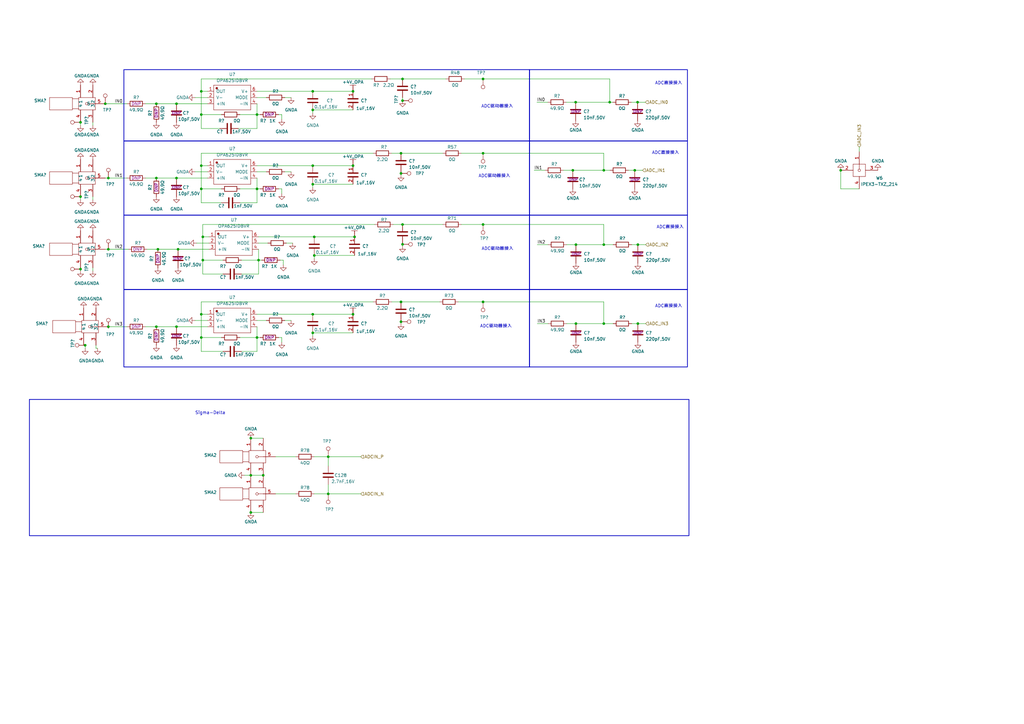
<source format=kicad_sch>
(kicad_sch (version 20230121) (generator eeschema)
  (paper "A3")
  (title_block (title "HPM6P00EVKRevB") (date "2024-10-13") (rev "RevB") (comment 1 "ADC"))
  (junction (at 234.95 69.85))
  (junction (at 72.39 42.545))
  (junction (at 128.27 136.525))
  (junction (at 44.45 102.235))
  (junction (at 33.02 50.165))
  (junction (at 33.02 80.645))
  (junction (at 164.465 71.12))
  (junction (at 102.87 210.185))
  (junction (at 134.62 202.565))
  (junction (at 164.465 131.953))
  (junction (at 82.55 37.465))
  (junction (at 128.905 97.155))
  (junction (at 164.465 62.865))
  (junction (at 165.1 41.275))
  (junction (at 128.27 45.085))
  (junction (at 82.55 128.905))
  (junction (at 250.063 41.91))
  (junction (at 83.185 97.155))
  (junction (at 64.77 102.235))
  (junction (at 144.78 128.905))
  (junction (at 105.41 138.43))
  (junction (at 105.41 46.99))
  (junction (at 82.55 77.47))
  (junction (at 128.905 104.775))
  (junction (at 165.1 100.203))
  (junction (at 198.12 62.865))
  (junction (at 64.135 133.985))
  (junction (at 198.12 123.825))
  (junction (at 64.135 42.545))
  (junction (at 33.02 110.363))
  (junction (at 128.27 67.945))
  (junction (at 72.39 73.025))
  (junction (at 134.62 187.325))
  (junction (at 83.185 106.68))
  (junction (at 44.45 73.025))
  (junction (at 236.093 41.91))
  (junction (at 105.41 77.47))
  (junction (at 82.55 67.945))
  (junction (at 247.65 69.85))
  (junction (at 82.55 46.99))
  (junction (at 144.78 37.465))
  (junction (at 260.35 69.85))
  (junction (at 236.22 132.715))
  (junction (at 128.27 128.905))
  (junction (at 164.465 123.825))
  (junction (at 344.805 69.85))
  (junction (at 144.78 67.945))
  (junction (at 261.62 132.715))
  (junction (at 102.87 179.705))
  (junction (at 165.1 92.075))
  (junction (at 73.025 102.235))
  (junction (at 198.12 92.075))
  (junction (at 106.045 106.68))
  (junction (at 82.55 138.43))
  (junction (at 107.95 194.945))
  (junction (at 236.22 100.33))
  (junction (at 128.27 75.565))
  (junction (at 247.65 100.33))
  (junction (at 261.62 100.33))
  (junction (at 72.39 133.985))
  (junction (at 64.135 73.025))
  (junction (at 247.65 132.715))
  (junction (at 102.87 194.945))
  (junction (at 198.12 32.385))
  (junction (at 44.45 133.985))
  (junction (at 128.27 37.465))
  (junction (at 34.925 141.605))
  (junction (at 145.415 97.155))
  (junction (at 165.1 32.385))
  (junction (at 261.493 41.91))
  (junction (at 43.18 42.545))
  (wire (pts (xy 105.41 46.99) (xy 105.41 52.705)))
  (wire (pts (xy 99.06 112.395) (xy 106.045 112.395)))
  (wire (pts (xy 261.493 41.91) (xy 264.668 41.91)))
  (wire (pts (xy 164.465 71.755) (xy 164.465 71.12)))
  (wire (pts (xy 80.01 70.485) (xy 85.09 70.485)))
  (wire (pts (xy 90.805 46.99) (xy 82.55 46.99)))
  (wire (pts (xy 128.905 202.565) (xy 134.62 202.565)))
  (wire (pts (xy 98.425 138.43) (xy 105.41 138.43)))
  (wire (pts (xy 189.23 62.865) (xy 198.12 62.865)))
  (wire (pts (xy 82.55 128.905) (xy 85.09 128.905)))
  (wire (pts (xy 82.55 62.865) (xy 153.035 62.865)))
  (wire (pts (xy 219.075 69.85) (xy 223.52 69.85)))
  (wire (pts (xy 72.39 42.545) (xy 85.09 42.545)))
  (wire (pts (xy 99.06 144.145) (xy 105.41 144.145)))
  (wire (pts (xy 105.41 77.47) (xy 105.41 83.185)))
  (wire (pts (xy 39.37 142.875) (xy 40.005 142.875)))
  (wire (pts (xy 98.425 46.99) (xy 105.41 46.99)))
  (wire (pts (xy 73.025 102.235) (xy 85.725 102.235)))
  (wire (pts (xy 144.78 67.945) (xy 128.27 67.945)))
  (wire (pts (xy 34.29 141.605) (xy 34.925 141.605)))
  (wire (pts (xy 82.55 123.825) (xy 82.55 128.905)))
  (wire (pts (xy 80.645 99.695) (xy 85.725 99.695)))
  (wire (pts (xy 91.44 106.68) (xy 83.185 106.68)))
  (wire (pts (xy 59.69 73.025) (xy 64.135 73.025)))
  (wire (pts (xy 257.81 69.85) (xy 260.35 69.85)))
  (wire (pts (xy 39.37 142.875) (xy 39.37 141.605)))
  (wire (pts (xy 97.79 52.705) (xy 105.41 52.705)))
  (wire (pts (xy 106.045 106.68) (xy 106.045 112.395)))
  (wire (pts (xy 161.29 92.075) (xy 165.1 92.075)))
  (wire (pts (xy 134.62 187.325) (xy 147.955 187.325)))
  (wire (pts (xy 247.65 132.715) (xy 251.46 132.715)))
  (wire (pts (xy 236.093 41.91) (xy 250.063 41.91)))
  (wire (pts (xy 72.39 133.985) (xy 85.09 133.985)))
  (wire (pts (xy 82.55 37.465) (xy 85.09 37.465)))
  (wire (pts (xy 38.1 111.125) (xy 38.1 109.855)))
  (wire (pts (xy 352.425 60.325) (xy 352.425 62.23)))
  (wire (pts (xy 106.045 106.68) (xy 107.315 106.68)))
  (wire (pts (xy 120.015 99.695) (xy 117.475 99.695)))
  (wire (pts (xy 113.03 187.325) (xy 121.285 187.325)))
  (wire (pts (xy 43.18 73.025) (xy 44.45 73.025)))
  (wire (pts (xy 189.23 92.075) (xy 198.12 92.075)))
  (wire (pts (xy 164.465 62.865) (xy 181.61 62.865)))
  (wire (pts (xy 115.57 46.99) (xy 114.3 46.99)))
  (wire (pts (xy 109.22 131.445) (xy 105.41 131.445)))
  (wire (pts (xy 82.55 67.945) (xy 85.09 67.945)))
  (wire (pts (xy 250.063 32.385) (xy 250.063 41.91)))
  (wire (pts (xy 231.14 69.85) (xy 234.95 69.85)))
  (wire (pts (xy 44.45 102.235) (xy 52.705 102.235)))
  (wire (pts (xy 34.925 141.605) (xy 34.925 142.875)))
  (wire (pts (xy 72.39 133.985) (xy 64.135 133.985)))
  (wire (pts (xy 83.185 106.68) (xy 83.185 97.155)))
  (wire (pts (xy 128.27 37.465) (xy 105.41 37.465)))
  (wire (pts (xy 113.03 202.565) (xy 121.285 202.565)))
  (wire (pts (xy 59.69 133.985) (xy 64.135 133.985)))
  (wire (pts (xy 144.78 128.905) (xy 128.27 128.905)))
  (wire (pts (xy 190.5 32.385) (xy 198.12 32.385)))
  (wire (pts (xy 102.87 194.945) (xy 107.95 194.945)))
  (wire (pts (xy 115.57 77.47) (xy 115.57 79.375)))
  (wire (pts (xy 44.45 133.985) (xy 52.07 133.985)))
  (wire (pts (xy 247.65 69.85) (xy 250.19 69.85)))
  (wire (pts (xy 116.205 106.68) (xy 116.205 108.585)))
  (wire (pts (xy 260.35 69.85) (xy 263.525 69.85)))
  (wire (pts (xy 105.41 133.985) (xy 105.41 138.43)))
  (wire (pts (xy 236.22 132.715) (xy 247.65 132.715)))
  (wire (pts (xy 98.425 77.47) (xy 105.41 77.47)))
  (wire (pts (xy 134.62 198.755) (xy 134.62 202.565)))
  (wire (pts (xy 44.45 73.025) (xy 52.07 73.025)))
  (wire (pts (xy 247.65 92.075) (xy 247.65 100.33)))
  (wire (pts (xy 109.22 40.005) (xy 105.41 40.005)))
  (wire (pts (xy 128.27 75.565) (xy 144.78 75.565)))
  (wire (pts (xy 145.415 97.155) (xy 128.905 97.155)))
  (wire (pts (xy 105.41 138.43) (xy 105.41 144.145)))
  (wire (pts (xy 33.02 51.435) (xy 33.02 50.165)))
  (wire (pts (xy 115.57 77.47) (xy 114.3 77.47)))
  (wire (pts (xy 261.62 132.715) (xy 264.795 132.715)))
  (wire (pts (xy 38.1 81.915) (xy 38.1 80.645)))
  (wire (pts (xy 187.96 123.825) (xy 198.12 123.825)))
  (wire (pts (xy 119.38 40.005) (xy 116.84 40.005)))
  (wire (pts (xy 232.41 100.33) (xy 236.22 100.33)))
  (wire (pts (xy 128.905 187.325) (xy 134.62 187.325)))
  (wire (pts (xy 72.39 42.545) (xy 64.135 42.545)))
  (wire (pts (xy 82.55 62.865) (xy 82.55 67.945)))
  (wire (pts (xy 165.1 100.965) (xy 165.1 100.203)))
  (wire (pts (xy 128.27 136.525) (xy 144.78 136.525)))
  (wire (pts (xy 82.55 138.43) (xy 82.55 144.145)))
  (wire (pts (xy 82.55 77.47) (xy 82.55 67.945)))
  (wire (pts (xy 198.12 32.385) (xy 250.063 32.385)))
  (wire (pts (xy 352.425 77.47) (xy 344.805 77.47)))
  (wire (pts (xy 264.795 100.33) (xy 261.62 100.33)))
  (wire (pts (xy 261.62 100.33) (xy 259.08 100.33)))
  (wire (pts (xy 105.41 42.545) (xy 105.41 46.99)))
  (wire (pts (xy 134.62 202.565) (xy 147.955 202.565)))
  (wire (pts (xy 144.78 37.465) (xy 128.27 37.465)))
  (wire (pts (xy 72.39 73.025) (xy 85.09 73.025)))
  (wire (pts (xy 82.55 77.47) (xy 82.55 83.185)))
  (wire (pts (xy 164.465 132.715) (xy 164.465 131.953)))
  (wire (pts (xy 109.22 70.485) (xy 105.41 70.485)))
  (wire (pts (xy 83.185 92.075) (xy 153.67 92.075)))
  (wire (pts (xy 43.18 102.235) (xy 44.45 102.235)))
  (wire (pts (xy 250.063 41.91) (xy 251.333 41.91)))
  (wire (pts (xy 82.55 138.43) (xy 82.55 128.905)))
  (wire (pts (xy 236.22 100.33) (xy 247.65 100.33)))
  (wire (pts (xy 220.218 41.91) (xy 224.663 41.91)))
  (wire (pts (xy 33.02 111.125) (xy 33.02 110.363)))
  (wire (pts (xy 234.95 69.85) (xy 247.65 69.85)))
  (wire (pts (xy 105.41 77.47) (xy 106.68 77.47)))
  (wire (pts (xy 91.44 112.395) (xy 83.185 112.395)))
  (wire (pts (xy 82.55 123.825) (xy 153.035 123.825)))
  (wire (pts (xy 100.33 194.945) (xy 102.87 194.945)))
  (wire (pts (xy 220.345 132.715) (xy 224.79 132.715)))
  (wire (pts (xy 182.88 32.385) (xy 165.1 32.385)))
  (wire (pts (xy 165.1 92.075) (xy 181.61 92.075)))
  (wire (pts (xy 82.55 32.385) (xy 82.55 37.465)))
  (wire (pts (xy 109.855 99.695) (xy 106.045 99.695)))
  (wire (pts (xy 164.465 71.12) (xy 164.465 70.485)))
  (wire (pts (xy 59.69 42.545) (xy 64.135 42.545)))
  (wire (pts (xy 83.185 97.155) (xy 85.725 97.155)))
  (wire (pts (xy 105.41 73.025) (xy 105.41 77.47)))
  (wire (pts (xy 33.02 81.915) (xy 33.02 80.645)))
  (wire (pts (xy 80.01 131.445) (xy 85.09 131.445)))
  (wire (pts (xy 90.17 52.705) (xy 82.55 52.705)))
  (wire (pts (xy 82.55 46.99) (xy 82.55 37.465)))
  (wire (pts (xy 247.65 100.33) (xy 251.46 100.33)))
  (wire (pts (xy 38.1 51.435) (xy 38.1 50.165)))
  (wire (pts (xy 134.62 191.135) (xy 134.62 187.325)))
  (wire (pts (xy 259.08 132.715) (xy 261.62 132.715)))
  (wire (pts (xy 198.12 123.825) (xy 247.65 123.825)))
  (wire (pts (xy 247.65 62.865) (xy 247.65 69.85)))
  (wire (pts (xy 72.39 73.025) (xy 64.135 73.025)))
  (wire (pts (xy 83.185 106.68) (xy 83.185 112.395)))
  (wire (pts (xy 344.805 77.47) (xy 344.805 69.85)))
  (wire (pts (xy 106.045 102.235) (xy 106.045 106.68)))
  (wire (pts (xy 128.27 45.085) (xy 144.78 45.085)))
  (wire (pts (xy 102.87 179.705) (xy 107.95 179.705)))
  (wire (pts (xy 116.205 106.68) (xy 114.935 106.68)))
  (wire (pts (xy 90.805 77.47) (xy 82.55 77.47)))
  (wire (pts (xy 115.57 46.99) (xy 115.57 48.895)))
  (wire (pts (xy 98.425 83.185) (xy 105.41 83.185)))
  (wire (pts (xy 99.06 106.68) (xy 106.045 106.68)))
  (wire (pts (xy 164.465 123.825) (xy 180.34 123.825)))
  (wire (pts (xy 232.41 132.715) (xy 236.22 132.715)))
  (wire (pts (xy 160.655 62.865) (xy 164.465 62.865)))
  (wire (pts (xy 160.02 32.385) (xy 165.1 32.385)))
  (wire (pts (xy 220.345 100.33) (xy 224.79 100.33)))
  (wire (pts (xy 90.805 83.185) (xy 82.55 83.185)))
  (wire (pts (xy 73.025 102.235) (xy 64.77 102.235)))
  (wire (pts (xy 128.27 76.835) (xy 128.27 75.565)))
  (wire (pts (xy 80.01 40.005) (xy 85.09 40.005)))
  (wire (pts (xy 102.87 210.185) (xy 107.95 210.185)))
  (wire (pts (xy 60.325 102.235) (xy 64.77 102.235)))
  (wire (pts (xy 128.905 104.775) (xy 145.415 104.775)))
  (wire (pts (xy 119.38 131.445) (xy 116.84 131.445)))
  (wire (pts (xy 128.27 137.795) (xy 128.27 136.525)))
  (wire (pts (xy 44.45 133.985) (xy 44.45 134.62)))
  (wire (pts (xy 232.283 41.91) (xy 236.093 41.91)))
  (wire (pts (xy 115.57 138.43) (xy 115.57 140.335)))
  (wire (pts (xy 105.41 46.99) (xy 106.68 46.99)))
  (wire (pts (xy 82.55 32.385) (xy 152.4 32.385)))
  (wire (pts (xy 128.27 46.355) (xy 128.27 45.085)))
  (wire (pts (xy 247.65 123.825) (xy 247.65 132.715)))
  (wire (pts (xy 105.41 138.43) (xy 106.68 138.43)))
  (wire (pts (xy 160.655 123.825) (xy 164.465 123.825)))
  (wire (pts (xy 198.12 92.075) (xy 247.65 92.075)))
  (wire (pts (xy 165.1 41.275) (xy 165.1 40.005)))
  (wire (pts (xy 128.905 106.045) (xy 128.905 104.775)))
  (wire (pts (xy 165.1 100.203) (xy 165.1 99.695)))
  (wire (pts (xy 128.27 128.905) (xy 105.41 128.905)))
  (wire (pts (xy 115.57 138.43) (xy 114.3 138.43)))
  (wire (pts (xy 198.12 62.865) (xy 247.65 62.865)))
  (wire (pts (xy 119.38 70.485) (xy 116.84 70.485)))
  (wire (pts (xy 83.185 92.075) (xy 83.185 97.155)))
  (wire (pts (xy 82.55 46.99) (xy 82.55 52.705)))
  (wire (pts (xy 258.953 41.91) (xy 261.493 41.91)))
  (wire (pts (xy 43.18 42.545) (xy 52.07 42.545)))
  (wire (pts (xy 90.805 138.43) (xy 82.55 138.43)))
  (wire (pts (xy 82.55 144.145) (xy 91.44 144.145)))
  (wire (pts (xy 33.02 110.363) (xy 33.02 109.855)))
  (wire (pts (xy 128.905 97.155) (xy 106.045 97.155)))
  (wire (pts (xy 128.27 67.945) (xy 105.41 67.945)))
  (wire (pts (xy 164.465 131.953) (xy 164.465 131.445)))
  (rectangle (start 50.8 57.785) (end 217.17 88.265) (stroke (width 0.3)))
  (rectangle (start 50.8 118.745) (end 217.17 150.495) (stroke (width 0.3)))
  (rectangle (start 12.065 163.83) (end 282.575 219.71) (stroke (width 0.3)))
  (rectangle (start 217.17 57.785) (end 281.94 88.265) (stroke (width 0.3)))
  (rectangle (start 50.8 28.575) (end 217.17 57.785) (stroke (width 0.3)))
  (rectangle (start 217.17 118.745) (end 281.94 150.495) (stroke (width 0.3)))
  (rectangle (start 217.17 28.575) (end 281.94 57.785) (stroke (width 0.3)))
  (rectangle (start 50.8 88.265) (end 217.17 118.745) (stroke (width 0.3)))
  (rectangle (start 217.17 88.265) (end 281.94 118.745) (stroke (width 0.3)))
  (text "ADC驱动器接入" (at 197.485 102.87 0) (effects (font (size 1.27 1.27)) (justify left bottom)))
  (text "Sigma-Delta" (at 80.01 170.18 0) (effects (font (size 1.27 1.27)) (justify left bottom)))
  (text "ADC直接接入" (at 269.24 93.98 0) (effects (font (size 1.27 1.27)) (justify left bottom)))
  (text "ADC驱动器接入" (at 197.358 44.45 0) (effects (font (size 1.27 1.27)) (justify left bottom)))
  (text "ADC直接接入" (at 268.605 126.365 0) (effects (font (size 1.27 1.27)) (justify left bottom)))
  (text "ADC驱动器接入" (at 196.85 134.62 0) (effects (font (size 1.27 1.27)) (justify left bottom)))
  (text "ADC直接接入" (at 267.335 63.5 0) (effects (font (size 1.27 1.27)) (justify left bottom)))
  (text "ADC直接接入" (at 268.605 34.925 0) (effects (font (size 1.27 1.27)) (justify left bottom)))
  (text "ADC驱动器接入" (at 196.215 73.025 0) (effects (font (size 1.27 1.27)) (justify left bottom)))
  (label "IN3" (at 46.99 133.985 0))
  (label "IN2" (at 46.99 102.235 0))
  (label "IN0" (at 220.218 41.91 0))
  (label "IN0" (at 46.99 42.545 0))
  (label "IN1" (at 219.075 69.85 0))
  (label "IN3" (at 220.345 132.715 0))
  (label "IN1" (at 46.99 73.025 0))
  (label "IN2" (at 220.345 100.33 0))
  (hierarchical_label "ADCIN_P" (shape input) (at 147.955 187.325 0))
  (hierarchical_label "ADCIN_N" (shape input) (at 147.955 202.565 0))
  (hierarchical_label "ADC_IN3" (shape input) (at 264.795 132.715 0))
  (hierarchical_label "ADC_IN1" (shape input) (at 263.525 69.85 0))
  (hierarchical_label "ADC_IN0" (shape input) (at 264.668 41.91 0))
  (hierarchical_label "ADC_IN2" (shape input) (at 264.795 100.33 0))
  (hierarchical_label "ADC_IN3" (shape input) (at 352.425 60.325 90))
  (symbol (lib_id "00_HPM_power:GNDA") (at 64.77 109.855 0) (unit 1)
    (property "Reference" "#PWR?" (effects hide))
    (property "Value" "GNDA" (at 64.77 114.935 0))
    (instances (project "HPM62_63_144_ADC_EVK_RevC" (path "" (reference "#PWR?") (unit 1)) (path "" (reference "#PWR?") (unit 1)) (path "" (reference "#PWR?") (unit 1))) (project "HPM6P00ADCEVKRevB" (path "" (reference "#PWR?") (unit 1))) (project "HPM600ADCEVKRevB" (path "" (reference "#PWR0178") (unit 1))))
  )
  (symbol (lib_id "01-HPM-Peripheral:TestPoint-1mm") (at 198.12 62.865 180) (unit 1)
    (property "Reference" "TP?" (at 196.088 68.58 0) (effects (justify right)))
    (property "Value" "PF14" (effects hide))
    (property "Footprint" "01_HPM_Peripheral:TestPoint_Pad_D1.0mm" (effects hide))
    (property "Digi-Key_PN" "36-5002-ND" (effects hide))
    (property "MPN" "5002" (effects hide))
    (property "Category" "Test and Measurement" (effects hide))
    (property "Family" "Test Points" (effects hide))
    (property "DK_Datasheet_Link" "http://www.keyelco.com/product-pdf.cfm?p=1311" (effects hide))
    (property "DK_Detail_Page" "/product-detail/en/keystone-electronics/5002/36-5002-ND/255328" (effects hide))
    (property "Description" "PC TEST POINT MINIATURE WHITE" (effects hide))
    (property "Manufacturer" "Keystone Electronics" (effects hide))
    (property "Status" "Active" (effects hide))
    (instances (project "HPM62_63_144_ADC_EVK_RevC" (path "" (reference "TP?") (unit 1))) (project "HPM6P00ADCEVKRevB" (path "" (reference "TP?") (unit 1))) (project "HPM600ADCEVKRevB" (path "" (reference "TP19") (unit 1))))
  )
  (symbol (lib_id "03_HPM_Capacitance:1nF,50V_0402") (at 95.25 112.395 90) (unit 1)
    (property "Reference" "C?" (at 91.44 113.665 90))
    (property "Value" "1nF,50V" (at 100.33 113.665 90))
    (property "Footprint" "03_HPM_Capacitance:C_0402_1005Metric" (effects hide))
    (property "Model" "CL05B102KB5NNNC" (effects hide))
    (property "Company" "SAMSUNG(三星)" (effects hide))
    (instances (project "HPM62_63_144_ADC_EVK_RevC" (path "" (reference "C?") (unit 1))) (project "HPM6P00ADCEVKRevB" (path "" (reference "C?") (unit 1))) (project "HPM600ADCEVKRevB" (path "" (reference "C118") (unit 1))))
  )
  (symbol (lib_id "03_HPM_Capacitance:1uF,16V_0402") (at 145.415 101.6 0) (unit 1)
    (property "Reference" "C?" (at 148.59 100.965 0) (effects (justify left)))
    (property "Value" "1uF,16V" (at 146.685 104.14 0) (effects (justify left)))
    (property "Footprint" "03_HPM_Capacitance:C_0402_1005Metric" (effects hide))
    (property "Model" " CL05A105KO5NNNC" (effects hide))
    (property "Company" " SAMSUNG(三星) " (effects hide))
    (instances (project "HPM62_63_144_ADC_EVK_RevC" (path "" (reference "C?") (unit 1))) (project "HPM6P00ADCEVKRevB" (path "" (reference "C?") (unit 1))) (project "HPM600ADCEVKRevB" (path "" (reference "C120") (unit 1))))
  )
  (symbol (lib_id "00_HPM_power:GNDA") (at 33.02 111.125 0) (unit 1)
    (property "Reference" "#PWR?" (effects hide))
    (property "Value" "GNDA" (at 33.02 116.205 0))
    (instances (project "HPM62_63_144_ADC_EVK_RevC" (path "" (reference "#PWR?") (unit 1)) (path "" (reference "#PWR?") (unit 1)) (path "" (reference "#PWR?") (unit 1))) (project "HPM6P00ADCEVKRevB" (path "" (reference "#PWR?") (unit 1))) (project "HPM600ADCEVKRevB" (path "" (reference "#PWR0165") (unit 1))))
  )
  (symbol (lib_id "00_HPM_power:+4V_OPA") (at 144.78 67.945 0) (unit 1) (in_bom no) (on_board no)
    (property "Reference" "#PWR?" (effects hide))
    (property "Value" "+4V_OPA" (at 144.78 64.135 0))
    (instances (project "HPM62_63_144_ADC_EVK_RevC" (path "" (reference "#PWR?") (unit 1)) (path "" (reference "#PWR?") (unit 1))) (project "HPM6P00ADCEVKRevB" (path "" (reference "#PWR?") (unit 1))) (project "HPM600ADCEVKRevB" (path "" (reference "#PWR0201") (unit 1))))
  )
  (symbol (lib_id "00_HPM_power:GNDA") (at 234.95 77.47 0) (unit 1)
    (property "Reference" "#PWR?" (effects hide))
    (property "Value" "GNDA" (at 234.95 81.28 0))
    (instances (project "HPM62_63_144_ADC_EVK_RevC" (path "" (reference "#PWR?") (unit 1)) (path "" (reference "#PWR?") (unit 1)) (path "" (reference "#PWR?") (unit 1))) (project "HPM6P00ADCEVKRevB" (path "" (reference "#PWR?") (unit 1))) (project "HPM600ADCEVKRevB" (path "" (reference "#PWR0209") (unit 1))))
  )
  (symbol (lib_id "02_HPM_Resis:2.2Ω") (at 125.095 187.325 0) (unit 1)
    (property "Reference" "R78" (at 125.095 184.785 0))
    (property "Value" "40Ω" (at 125.095 189.865 0))
    (property "Footprint" "02_HPM_Resistor:R_0402_1005Metric" (effects hide))
    (instances (project "HPM6750_ADC_EVK_RevA" (path "" (reference "R78") (unit 1))) (project "HPM6P00ADCEVKRevB" (path "" (reference "R78") (unit 1))) (project "HPM600ADCEVKRevB" (path "" (reference "R120") (unit 1))))
  )
  (symbol (lib_id "00_HPM_power:GNDA") (at 80.01 131.445 270) (unit 1)
    (property "Reference" "#PWR?" (effects hide))
    (property "Value" "GNDA" (at 77.47 131.445 90) (effects (justify right)))
    (instances (project "HPM62_63_144_ADC_EVK_RevC" (path "" (reference "#PWR?") (unit 1)) (path "" (reference "#PWR?") (unit 1)) (path "" (reference "#PWR?") (unit 1))) (project "HPM6P00ADCEVKRevB" (path "" (reference "#PWR?") (unit 1))) (project "HPM600ADCEVKRevB" (path "" (reference "#PWR0187") (unit 1))))
  )
  (symbol (lib_id "02_HPM_Resistor:1K_0402") (at 94.615 138.43 0) (unit 1)
    (property "Reference" "R?" (at 90.805 140.97 0))
    (property "Value" "0Ω" (at 97.155 140.97 0))
    (property "Footprint" "02_HPM_Resistor:R_0402_1005Metric" (effects hide))
    (property "Model" "0402WGF1001TCE" (effects hide))
    (property "Company" "UNI-ROYAL(厚声)" (effects hide))
    (instances (project "HPM62_63_144_ADC_EVK_RevC" (path "" (reference "R?") (unit 1))) (project "HPM6P00ADCEVKRevB" (path "" (reference "R?") (unit 1))) (project "HPM600ADCEVKRevB" (path "" (reference "R97") (unit 1))))
  )
  (symbol (lib_id "01-HPM-Peripheral:TestPoint-1mm") (at 44.45 134.62 0) (unit 1)
    (property "Reference" "TP?" (at 46.99 137.16 0) (effects (justify right)))
    (property "Value" "S" (effects hide))
    (property "Footprint" "TestPoint:TestPoint_Pad_D1.0mm" (effects hide))
    (property "Digi-Key_PN" "36-5002-ND" (effects hide))
    (property "MPN" "5002" (effects hide))
    (property "Category" "Test and Measurement" (effects hide))
    (property "Family" "Test Points" (effects hide))
    (property "DK_Datasheet_Link" "http://www.keyelco.com/product-pdf.cfm?p=1311" (effects hide))
    (property "DK_Detail_Page" "/product-detail/en/keystone-electronics/5002/36-5002-ND/255328" (effects hide))
    (property "Description" "PC TEST POINT MINIATURE WHITE" (effects hide))
    (property "Manufacturer" "Keystone Electronics" (effects hide))
    (property "Status" "Active" (effects hide))
    (instances (project "HPM62_63_144_ADC_EVK_RevC" (path "" (reference "TP?") (unit 1))) (project "HPM6P00ADCEVKRevB" (path "" (reference "TP?") (unit 1))) (project "HPM600ADCEVKRevB" (path "" (reference "TP25") (unit 1))))
  )
  (symbol (lib_id "01-HPM-Peripheral:TestPoint-1mm") (at 33.02 80.645 90) (unit 1)
    (property "Reference" "TP?" (at 35.56 78.105 0) (effects (justify right)))
    (property "Value" "G" (effects hide))
    (property "Footprint" "TestPoint:TestPoint_Pad_D1.0mm" (effects hide))
    (property "Digi-Key_PN" "36-5002-ND" (effects hide))
    (property "MPN" "5002" (effects hide))
    (property "Category" "Test and Measurement" (effects hide))
    (property "Family" "Test Points" (effects hide))
    (property "DK_Datasheet_Link" "http://www.keyelco.com/product-pdf.cfm?p=1311" (effects hide))
    (property "DK_Detail_Page" "/product-detail/en/keystone-electronics/5002/36-5002-ND/255328" (effects hide))
    (property "Description" "PC TEST POINT MINIATURE WHITE" (effects hide))
    (property "Manufacturer" "Keystone Electronics" (effects hide))
    (property "Status" "Active" (effects hide))
    (instances (project "HPM62_63_144_ADC_EVK_RevC" (path "" (reference "TP?") (unit 1))) (project "HPM6P00ADCEVKRevB" (path "" (reference "TP?") (unit 1))) (project "HPM600ADCEVKRevB" (path "" (reference "TP16") (unit 1))))
  )
  (symbol (lib_id "01-HPM-Peripheral:TestPoint-1mm") (at 198.12 92.075 180) (unit 1)
    (property "Reference" "TP?" (at 196.85 97.79 0) (effects (justify right)))
    (property "Value" "PF17" (effects hide))
    (property "Footprint" "01_HPM_Peripheral:TestPoint_Pad_D1.0mm" (effects hide))
    (property "Digi-Key_PN" "36-5002-ND" (effects hide))
    (property "MPN" "5002" (effects hide))
    (property "Category" "Test and Measurement" (effects hide))
    (property "Family" "Test Points" (effects hide))
    (property "DK_Datasheet_Link" "http://www.keyelco.com/product-pdf.cfm?p=1311" (effects hide))
    (property "DK_Detail_Page" "/product-detail/en/keystone-electronics/5002/36-5002-ND/255328" (effects hide))
    (property "Description" "PC TEST POINT MINIATURE WHITE" (effects hide))
    (property "Manufacturer" "Keystone Electronics" (effects hide))
    (property "Status" "Active" (effects hide))
    (instances (project "HPM62_63_144_ADC_EVK_RevC" (path "" (reference "TP?") (unit 1))) (project "HPM6P00ADCEVKRevB" (path "" (reference "TP?") (unit 1))) (project "HPM600ADCEVKRevB" (path "" (reference "TP23") (unit 1))))
  )
  (symbol (lib_id "kicad_lceda:SMA_C9900018296") (at 101.6 202.565 0) (unit 1)
    (property "Reference" "SMA2" (at 88.9 201.93 0) (effects (justify right)))
    (property "Value" "SMA_C9900018296" (effects hide))
    (property "Footprint" "kicad_lceda:SMA-SMD_BWSMA-KE-P001" (effects hide))
    (property "SuppliersPartNumber" "C9900018296" (effects hide))
    (property "uuid" "std:54ec4f79ad824cb2bdc504487557a48c" (effects hide))
    (instances (project "HPM6750_ADC_EVK_RevA" (path "" (reference "SMA2") (unit 1))) (project "HPM6P00ADCEVKRevB" (path "" (reference "SMA2") (unit 1))) (project "HPM600ADCEVKRevB" (path "" (reference "SMA6") (unit 1))))
  )
  (symbol (lib_id "00_HPM_power:GNDA") (at 119.38 40.005 0) (unit 1)
    (property "Reference" "#PWR?" (effects hide))
    (property "Value" "GNDA" (at 119.38 45.085 0))
    (instances (project "HPM62_63_144_ADC_EVK_RevC" (path "" (reference "#PWR?") (unit 1)) (path "" (reference "#PWR?") (unit 1)) (path "" (reference "#PWR?") (unit 1))) (project "HPM6P00ADCEVKRevB" (path "" (reference "#PWR?") (unit 1))) (project "HPM600ADCEVKRevB" (path "" (reference "#PWR0192") (unit 1))))
  )
  (symbol (lib_id "03_HPM_Capacitance:10nF,50V_0402") (at 164.465 66.675 0) (unit 1)
    (property "Reference" "C?" (at 167.64 66.04 0) (effects (justify left)))
    (property "Value" "10nF,50V" (at 167.64 68.58 0) (effects (justify left)))
    (property "Footprint" "03_HPM_Capacitance:C_0402_1005Metric" (effects hide))
    (property "Model" " CL05B103KB5NNNC" (effects hide))
    (property "Company" "SAMSUNG(三星)" (effects hide))
    (instances (project "HPM62_63_144_ADC_EVK_RevC" (path "" (reference "C?") (unit 1))) (project "HPM6P00ADCEVKRevB" (path "" (reference "C?") (unit 1))) (project "HPM600ADCEVKRevB" (path "" (reference "C115") (unit 1))))
  )
  (symbol (lib_id "03_HPM_Capacitance:10nF,50V_0402") (at 261.493 45.72 0) (unit 1)
    (property "Reference" "C?" (at 264.668 45.72 0) (effects (justify left)))
    (property "Value" "220pF,50V" (at 264.668 48.26 0) (effects (justify left)))
    (property "Footprint" "03_HPM_Capacitance:C_0402_1005Metric" (effects hide))
    (property "DNP" "DNP" (at 259.588 45.72 0) (effects (justify left)))
    (property "Model" " CL05B103KB5NNNC" (effects hide))
    (property "Company" "SAMSUNG(三星)" (effects hide))
    (instances (project "HPM62_63_144_ADC_EVK_RevC" (path "" (reference "C?") (unit 1))) (project "HPM6P00ADCEVKRevB" (path "" (reference "C?") (unit 1))) (project "HPM600ADCEVKRevB" (path "" (reference "C107") (unit 1))))
  )
  (symbol (lib_id "15_HPM_Libing:OPA625IDBVR") (at 95.25 131.445 0) (unit 1)
    (property "Reference" "U?" (at 95.25 121.92 0))
    (property "Value" "OPA625IDBVR" (at 95.25 124.46 0))
    (property "Footprint" "kicad_lceda:SOT-23-6_L2.9-W1.6-P0.95-LS2.8-BR" (effects hide))
    (property "SuppliersPartNumber" "C495362" (effects hide))
    (property "uuid" "std:90e4ce1759de412d9bf8c9107a5f1053" (effects hide))
    (property "Model" "OPA625IDBVR" (effects hide))
    (property "Company" " TI(德州仪器)" (effects hide))
    (instances (project "HPM62_63_144_ADC_EVK_RevC" (path "" (reference "U?") (unit 1))) (project "HPM6P00ADCEVKRevB" (path "" (reference "U?") (unit 1))) (project "HPM600ADCEVKRevB" (path "" (reference "U20") (unit 1))))
  )
  (symbol (lib_id "00_HPM_power:GNDA") (at 64.135 80.645 0) (unit 1)
    (property "Reference" "#PWR?" (effects hide))
    (property "Value" "GNDA" (at 64.135 85.725 0))
    (instances (project "HPM62_63_144_ADC_EVK_RevC" (path "" (reference "#PWR?") (unit 1)) (path "" (reference "#PWR?") (unit 1)) (path "" (reference "#PWR?") (unit 1))) (project "HPM6P00ADCEVKRevB" (path "" (reference "#PWR?") (unit 1))) (project "HPM600ADCEVKRevB" (path "" (reference "#PWR0177") (unit 1))))
  )
  (symbol (lib_id "02_HPM_Resistor:1K_0402") (at 110.49 138.43 0) (unit 1)
    (property "Reference" "R?" (at 107.95 140.97 0))
    (property "Value" "1K" (at 111.76 140.97 0))
    (property "Footprint" "02_HPM_Resistor:R_0402_1005Metric" (effects hide))
    (property "DNP" "DNP" (at 110.49 138.43 0))
    (property "Model" "0402WGF1001TCE" (effects hide))
    (property "Company" "UNI-ROYAL(厚声)" (effects hide))
    (instances (project "HPM62_63_144_ADC_EVK_RevC" (path "" (reference "R?") (unit 1))) (project "HPM6P00ADCEVKRevB" (path "" (reference "R?") (unit 1))) (project "HPM600ADCEVKRevB" (path "" (reference "R98") (unit 1))))
  )
  (symbol (lib_id "02_HPM_Resistor:2.2Ω_0402") (at 156.845 62.865 0) (unit 1)
    (property "Reference" "R?" (at 157.48 60.325 0))
    (property "Value" "2.2Ω" (at 156.845 65.405 0))
    (property "Footprint" "02_HPM_Resistor:R_0402_1005Metric" (effects hide))
    (property "Model" " 0402WGF220KTCE" (effects hide))
    (property "Company" " UNI-ROYAL(厚声) " (effects hide))
    (instances (project "HPM62_63_144_ADC_EVK_RevC" (path "" (reference "R?") (unit 1))) (project "HPM6P00ADCEVKRevB" (path "" (reference "R?") (unit 1))) (project "HPM600ADCEVKRevB" (path "" (reference "R79") (unit 1))))
  )
  (symbol (lib_id "00_HPM_power:GNDA") (at 236.22 140.335 0) (unit 1)
    (property "Reference" "#PWR?" (effects hide))
    (property "Value" "GNDA" (at 236.22 144.145 0))
    (instances (project "HPM62_63_144_ADC_EVK_RevC" (path "" (reference "#PWR?") (unit 1)) (path "" (reference "#PWR?") (unit 1)) (path "" (reference "#PWR?") (unit 1))) (project "HPM6P00ADCEVKRevB" (path "" (reference "#PWR?") (unit 1))) (project "HPM600ADCEVKRevB" (path "" (reference "#PWR0211") (unit 1))))
  )
  (symbol (lib_id "02_HPM_Resistor:49.9Ω_0402") (at 55.88 42.545 0) (unit 1)
    (property "Reference" "R?" (at 55.88 40.005 0))
    (property "Value" "49.9Ω" (at 55.88 45.085 0))
    (property "Footprint" "02_HPM_Resistor:R_0402_1005Metric" (effects hide))
    (property "DNP" "DNP" (at 55.88 42.545 0))
    (property "Model" " 0402WGF499JTCE" (effects hide))
    (property "Company" " UNI-ROYAL(厚声) " (effects hide))
    (instances (project "HPM62_63_144_ADC_EVK_RevC" (path "" (reference "R?") (unit 1))) (project "HPM6P00ADCEVKRevB" (path "" (reference "R?") (unit 1))) (project "HPM600ADCEVKRevB" (path "" (reference "R62") (unit 1))))
  )
  (symbol (lib_id "02_HPM_Resistor:2.2Ω_0402") (at 255.143 41.91 0) (unit 1)
    (property "Reference" "R?" (at 255.143 39.37 0))
    (property "Value" "0Ω" (at 255.143 44.45 0))
    (property "Footprint" "02_HPM_Resistor:R_0402_1005Metric" (effects hide))
    (property "Model" " 0402WGF220KTCE" (effects hide))
    (property "Company" " UNI-ROYAL(厚声) " (effects hide))
    (instances (project "HPM62_63_144_ADC_EVK_RevC" (path "" (reference "R?") (unit 1))) (project "HPM6P00ADCEVKRevB" (path "" (reference "R?") (unit 1))) (project "HPM600ADCEVKRevB" (path "" (reference "R66") (unit 1))))
  )
  (symbol (lib_id "03_HPM_Capacitance:10nF,50V_0402") (at 236.22 104.14 0) (unit 1)
    (property "Reference" "C?" (at 239.395 104.14 0) (effects (justify left)))
    (property "Value" "10nF,50V" (at 239.395 106.68 0) (effects (justify left)))
    (property "Footprint" "03_HPM_Capacitance:C_0402_1005Metric" (effects hide))
    (property "DNP" "DNP" (at 234.315 104.14 0) (effects (justify left)))
    (property "Model" " CL05B103KB5NNNC" (effects hide))
    (property "Company" "SAMSUNG(三星)" (effects hide))
    (instances (project "HPM62_63_144_ADC_EVK_RevC" (path "" (reference "C?") (unit 1))) (project "HPM6P00ADCEVKRevB" (path "" (reference "C?") (unit 1))) (project "HPM600ADCEVKRevB" (path "" (reference "C122") (unit 1))))
  )
  (symbol (lib_id "01-HPM-Peripheral:TestPoint-1mm") (at 164.465 131.953 270) (unit 1)
    (property "Reference" "TP?" (at 174.625 132.08 90) (effects (justify right)))
    (property "Value" "AGND" (effects hide))
    (property "Footprint" "TestPoint:TestPoint_Pad_D1.0mm" (effects hide))
    (property "Digi-Key_PN" "36-5002-ND" (effects hide))
    (property "MPN" "5002" (effects hide))
    (property "Category" "Test and Measurement" (effects hide))
    (property "Family" "Test Points" (effects hide))
    (property "DK_Datasheet_Link" "http://www.keyelco.com/product-pdf.cfm?p=1311" (effects hide))
    (property "DK_Detail_Page" "/product-detail/en/keystone-electronics/5002/36-5002-ND/255328" (effects hide))
    (property "Description" "PC TEST POINT MINIATURE WHITE" (effects hide))
    (property "Manufacturer" "Keystone Electronics" (effects hide))
    (property "Status" "Active" (effects hide))
    (instances (project "HPM62_63_144_ADC_EVK_RevC" (path "" (reference "TP?") (unit 1))) (project "HPM6P00ADCEVKRevB" (path "" (reference "TP?") (unit 1))) (project "HPM600ADCEVKRevB" (path "" (reference "TP29") (unit 1))))
  )
  (symbol (lib_id "02_HPM_Resistor:2.2Ω_0402") (at 156.845 123.825 0) (unit 1)
    (property "Reference" "R?" (at 156.845 121.285 0))
    (property "Value" "2.2Ω" (at 156.845 126.365 0))
    (property "Footprint" "02_HPM_Resistor:R_0402_1005Metric" (effects hide))
    (property "Model" " 0402WGF220KTCE" (effects hide))
    (property "Company" " UNI-ROYAL(厚声) " (effects hide))
    (instances (project "HPM62_63_144_ADC_EVK_RevC" (path "" (reference "R?") (unit 1))) (project "HPM6P00ADCEVKRevB" (path "" (reference "R?") (unit 1))) (project "HPM600ADCEVKRevB" (path "" (reference "R100") (unit 1))))
  )
  (symbol (lib_id "00_HPM_power:GNDA") (at 80.645 99.695 270) (unit 1)
    (property "Reference" "#PWR?" (effects hide))
    (property "Value" "GNDA" (at 78.105 99.695 90) (effects (justify right)))
    (instances (project "HPM62_63_144_ADC_EVK_RevC" (path "" (reference "#PWR?") (unit 1)) (path "" (reference "#PWR?") (unit 1)) (path "" (reference "#PWR?") (unit 1))) (project "HPM6P00ADCEVKRevB" (path "" (reference "#PWR?") (unit 1))) (project "HPM600ADCEVKRevB" (path "" (reference "#PWR0186") (unit 1))))
  )
  (symbol (lib_id "00_HPM_power:GNDA") (at 38.1 65.405 180) (unit 1)
    (property "Reference" "#PWR?" (effects hide))
    (property "Value" "GNDA" (at 38.1 61.595 0))
    (instances (project "HPM62_63_144_ADC_EVK_RevC" (path "" (reference "#PWR?") (unit 1)) (path "" (reference "#PWR?") (unit 1)) (path "" (reference "#PWR?") (unit 1))) (project "HPM6P00ADCEVKRevB" (path "" (reference "#PWR?") (unit 1))) (project "HPM600ADCEVKRevB" (path "" (reference "#PWR0170") (unit 1))))
  )
  (symbol (lib_id "03_HPM_Capacitance:0.1uF,16V_0402") (at 128.905 100.965 0) (mirror y) (unit 1)
    (property "Reference" "C?" (at 137.795 100.965 0) (effects (justify left)))
    (property "Value" "0.1uF,16V" (at 139.065 103.505 0) (effects (justify left)))
    (property "Footprint" "03_HPM_Capacitance:C_0402_1005Metric" (effects hide))
    (property "Model" "CL05B104KO5NNNC" (effects hide))
    (property "Company" "SAMSUNG(三星)" (effects hide))
    (instances (project "HPM62_63_144_ADC_EVK_RevC" (path "" (reference "C?") (unit 1)) (path "" (reference "C?") (unit 1))) (project "HPM6P00ADCEVKRevB" (path "" (reference "C?") (unit 1))) (project "EVK_REVC" (path "" (reference "C?") (unit 1))) (project "HPM600ADCEVKRevB" (path "" (reference "C119") (unit 1))))
  )
  (symbol (lib_id "00_HPM_power:+4V_OPA") (at 144.78 37.465 0) (unit 1) (in_bom no) (on_board no)
    (property "Reference" "#PWR?" (effects hide))
    (property "Value" "+4V_OPA" (at 144.78 33.655 0))
    (instances (project "HPM62_63_144_ADC_EVK_RevC" (path "" (reference "#PWR?") (unit 1)) (path "" (reference "#PWR?") (unit 1))) (project "HPM6P00ADCEVKRevB" (path "" (reference "#PWR?") (unit 1))) (project "HPM600ADCEVKRevB" (path "" (reference "#PWR0200") (unit 1))))
  )
  (symbol (lib_id "01-HPM-Peripheral:TestPoint-1mm") (at 164.465 71.12 270) (unit 1)
    (property "Reference" "TP?" (at 173.99 71.12 90) (effects (justify right)))
    (property "Value" "AGND" (effects hide))
    (property "Footprint" "TestPoint:TestPoint_Pad_D1.0mm" (effects hide))
    (property "Digi-Key_PN" "36-5002-ND" (effects hide))
    (property "MPN" "5002" (effects hide))
    (property "Category" "Test and Measurement" (effects hide))
    (property "Family" "Test Points" (effects hide))
    (property "DK_Datasheet_Link" "http://www.keyelco.com/product-pdf.cfm?p=1311" (effects hide))
    (property "DK_Detail_Page" "/product-detail/en/keystone-electronics/5002/36-5002-ND/255328" (effects hide))
    (property "Description" "PC TEST POINT MINIATURE WHITE" (effects hide))
    (property "Manufacturer" "Keystone Electronics" (effects hide))
    (property "Status" "Active" (effects hide))
    (instances (project "HPM62_63_144_ADC_EVK_RevC" (path "" (reference "TP?") (unit 1))) (project "HPM6P00ADCEVKRevB" (path "" (reference "TP?") (unit 1))) (project "HPM600ADCEVKRevB" (path "" (reference "TP18") (unit 1))))
  )
  (symbol (lib_id "01-HPM-Peripheral:TestPoint-1mm") (at 165.1 41.275 270) (unit 1)
    (property "Reference" "TP?" (at 162.56 42.545 0) (effects (justify right)))
    (property "Value" "AGND" (effects hide))
    (property "Footprint" "TestPoint:TestPoint_Pad_D1.0mm" (effects hide))
    (property "Digi-Key_PN" "36-5002-ND" (effects hide))
    (property "MPN" "5002" (effects hide))
    (property "Category" "Test and Measurement" (effects hide))
    (property "Family" "Test Points" (effects hide))
    (property "DK_Datasheet_Link" "http://www.keyelco.com/product-pdf.cfm?p=1311" (effects hide))
    (property "DK_Detail_Page" "/product-detail/en/keystone-electronics/5002/36-5002-ND/255328" (effects hide))
    (property "Description" "PC TEST POINT MINIATURE WHITE" (effects hide))
    (property "Manufacturer" "Keystone Electronics" (effects hide))
    (property "Status" "Active" (effects hide))
    (instances (project "HPM62_63_144_ADC_EVK_RevC" (path "" (reference "TP?") (unit 1))) (project "HPM6P00ADCEVKRevB" (path "" (reference "TP?") (unit 1))) (project "HPM600ADCEVKRevB" (path "" (reference "TP8") (unit 1))))
  )
  (symbol (lib_id "00_HPM_power:GNDA") (at 344.805 69.85 180) (unit 1)
    (property "Reference" "#PWR?" (effects hide))
    (property "Value" "GNDA" (at 344.805 66.04 0))
    (instances (project "HPM6P00ADCEVKRevB" (path "" (reference "#PWR?") (unit 1))) (project "HPM5300-POWER" (path "" (reference "#PWR?") (unit 1))) (project "HPM6E00 SKT Board BGA289_BDIF REVA" (path "" (reference "#PWR?") (unit 1))) (project "HPM600ADCEVKRevB" (path "" (reference "#PWR0247") (unit 1)) (path "" (reference "#PWR070") (unit 1))) (project "HPM5300 SKT Board LQFP100 REVA" (path "" (reference "#PWR?") (unit 1))))
  )
  (symbol (lib_id "kicad_lceda:SMA_C9900018296") (at 101.6 187.325 0) (unit 1)
    (property "Reference" "SMA2" (at 88.9 186.69 0) (effects (justify right)))
    (property "Value" "SMA_C9900018296" (effects hide))
    (property "Footprint" "kicad_lceda:SMA-SMD_BWSMA-KE-P001" (effects hide))
    (property "SuppliersPartNumber" "C9900018296" (effects hide))
    (property "uuid" "std:54ec4f79ad824cb2bdc504487557a48c" (effects hide))
    (instances (project "HPM6750_ADC_EVK_RevA" (path "" (reference "SMA2") (unit 1))) (project "HPM6P00ADCEVKRevB" (path "" (reference "SMA2") (unit 1))) (project "HPM600ADCEVKRevB" (path "" (reference "SMA5") (unit 1))))
  )
  (symbol (lib_id "00_HPM_power:GNDA") (at 165.1 41.275 0) (unit 1)
    (property "Reference" "#PWR?" (effects hide))
    (property "Value" "GNDA" (at 165.1 46.355 0))
    (instances (project "HPM62_63_144_ADC_EVK_RevC" (path "" (reference "#PWR?") (unit 1)) (path "" (reference "#PWR?") (unit 1)) (path "" (reference "#PWR?") (unit 1))) (project "HPM6P00ADCEVKRevB" (path "" (reference "#PWR?") (unit 1))) (project "HPM600ADCEVKRevB" (path "" (reference "#PWR0204") (unit 1))))
  )
  (symbol (lib_id "03_HPM_Capacitance:10nF,50V_0402") (at 261.62 104.14 0) (unit 1)
    (property "Reference" "C?" (at 264.795 104.14 0) (effects (justify left)))
    (property "Value" "220pF,50V" (at 264.795 106.68 0) (effects (justify left)))
    (property "Footprint" "03_HPM_Capacitance:C_0402_1005Metric" (effects hide))
    (property "DNP" "DNP" (at 259.715 104.14 0) (effects (justify left)))
    (property "Model" " CL05B103KB5NNNC" (effects hide))
    (property "Company" "SAMSUNG(三星)" (effects hide))
    (instances (project "HPM62_63_144_ADC_EVK_RevC" (path "" (reference "C?") (unit 1))) (project "HPM6P00ADCEVKRevB" (path "" (reference "C?") (unit 1))) (project "HPM600ADCEVKRevB" (path "" (reference "C36") (unit 1))))
  )
  (symbol (lib_id "00_HPM_power:GNDA") (at 164.465 132.715 0) (unit 1)
    (property "Reference" "#PWR?" (effects hide))
    (property "Value" "GNDA" (at 164.465 137.795 0))
    (instances (project "HPM62_63_144_ADC_EVK_RevC" (path "" (reference "#PWR?") (unit 1)) (path "" (reference "#PWR?") (unit 1)) (path "" (reference "#PWR?") (unit 1))) (project "HPM6P00ADCEVKRevB" (path "" (reference "#PWR?") (unit 1))) (project "HPM600ADCEVKRevB" (path "" (reference "#PWR0207") (unit 1))))
  )
  (symbol (lib_id "02_HPM_Resistor:0Ω_0402") (at 184.15 123.825 0) (unit 1)
    (property "Reference" "R73" (at 184.15 121.285 0))
    (property "Value" "0Ω" (at 184.15 126.365 0))
    (property "Footprint" "02_HPM_Resistor:R_0402_1005Metric" (effects hide))
    (property "Model" "RC0402JR-070RL" (effects hide))
    (property "Company" "YAGEO(国巨)" (effects hide))
  )
  (symbol (lib_id "00_HPM_power:GNDA") (at 261.62 140.335 0) (unit 1)
    (property "Reference" "#PWR?" (effects hide))
    (property "Value" "GNDA" (at 261.62 144.145 0))
    (instances (project "HPM62_63_144_ADC_EVK_RevC" (path "" (reference "#PWR?") (unit 1)) (path "" (reference "#PWR?") (unit 1)) (path "" (reference "#PWR?") (unit 1))) (project "HPM6P00ADCEVKRevB" (path "" (reference "#PWR?") (unit 1))) (project "HPM600ADCEVKRevB" (path "" (reference "#PWR0214") (unit 1))))
  )
  (symbol (lib_id "00_HPM_power:GNDA") (at 33.02 34.925 180) (unit 1)
    (property "Reference" "#PWR?" (effects hide))
    (property "Value" "GNDA" (at 33.02 31.115 0))
    (instances (project "HPM62_63_144_ADC_EVK_RevC" (path "" (reference "#PWR?") (unit 1)) (path "" (reference "#PWR?") (unit 1)) (path "" (reference "#PWR?") (unit 1))) (project "HPM6P00ADCEVKRevB" (path "" (reference "#PWR?") (unit 1))) (project "HPM600ADCEVKRevB" (path "" (reference "#PWR0160") (unit 1))))
  )
  (symbol (lib_id "02_HPM_Resistor:1K_0402") (at 110.49 46.99 0) (unit 1)
    (property "Reference" "R?" (at 107.95 49.53 0))
    (property "Value" "1K" (at 111.76 49.53 0))
    (property "Footprint" "02_HPM_Resistor:R_0402_1005Metric" (effects hide))
    (property "DNP" "DNP" (at 110.49 46.99 0))
    (property "Model" "0402WGF1001TCE" (effects hide))
    (property "Company" "UNI-ROYAL(厚声)" (effects hide))
    (instances (project "HPM62_63_144_ADC_EVK_RevC" (path "" (reference "R?") (unit 1))) (project "HPM6P00ADCEVKRevB" (path "" (reference "R?") (unit 1))) (project "HPM600ADCEVKRevB" (path "" (reference "R68") (unit 1))))
  )
  (symbol (lib_id "03_HPM_Capacitance:1nF,50V_0402") (at 93.98 52.705 90) (unit 1)
    (property "Reference" "C?" (at 90.17 53.975 90))
    (property "Value" "1nF,50V" (at 99.06 53.975 90))
    (property "Footprint" "03_HPM_Capacitance:C_0402_1005Metric" (effects hide))
    (property "Model" "CL05B102KB5NNNC" (effects hide))
    (property "Company" "SAMSUNG(三星)" (effects hide))
    (instances (project "HPM62_63_144_ADC_EVK_RevC" (path "" (reference "C?") (unit 1))) (project "HPM6P00ADCEVKRevB" (path "" (reference "C?") (unit 1))) (project "HPM600ADCEVKRevB" (path "" (reference "C104") (unit 1))))
  )
  (symbol (lib_id "01-HPM-Peripheral:TestPoint-1mm") (at 33.02 50.165 90) (unit 1)
    (property "Reference" "TP?" (at 35.56 47.625 0) (effects (justify right)))
    (property "Value" "G" (effects hide))
    (property "Footprint" "TestPoint:TestPoint_Pad_D1.0mm" (effects hide))
    (property "Digi-Key_PN" "36-5002-ND" (effects hide))
    (property "MPN" "5002" (effects hide))
    (property "Category" "Test and Measurement" (effects hide))
    (property "Family" "Test Points" (effects hide))
    (property "DK_Datasheet_Link" "http://www.keyelco.com/product-pdf.cfm?p=1311" (effects hide))
    (property "DK_Detail_Page" "/product-detail/en/keystone-electronics/5002/36-5002-ND/255328" (effects hide))
    (property "Description" "PC TEST POINT MINIATURE WHITE" (effects hide))
    (property "Manufacturer" "Keystone Electronics" (effects hide))
    (property "Status" "Active" (effects hide))
    (instances (project "HPM62_63_144_ADC_EVK_RevC" (path "" (reference "TP?") (unit 1))) (project "HPM6P00ADCEVKRevB" (path "" (reference "TP?") (unit 1))) (project "HPM600ADCEVKRevB" (path "" (reference "TP11") (unit 1))))
  )
  (symbol (lib_id "00_HPM_power:GNDA") (at 72.39 50.165 0) (unit 1)
    (property "Reference" "#PWR?" (effects hide))
    (property "Value" "GNDA" (at 72.39 55.245 0))
    (instances (project "HPM62_63_144_ADC_EVK_RevC" (path "" (reference "#PWR?") (unit 1)) (path "" (reference "#PWR?") (unit 1)) (path "" (reference "#PWR?") (unit 1))) (project "HPM6P00ADCEVKRevB" (path "" (reference "#PWR?") (unit 1))) (project "HPM600ADCEVKRevB" (path "" (reference "#PWR0180") (unit 1))))
  )
  (symbol (lib_id "02_HPM_Resistor:2.2Ω_0402") (at 228.6 132.715 0) (unit 1)
    (property "Reference" "R?" (at 228.6 130.175 0))
    (property "Value" "49.9Ω" (at 228.6 135.255 0))
    (property "Footprint" "02_HPM_Resistor:R_0402_1005Metric" (effects hide))
    (property "Model" " 0402WGF220KTCE" (effects hide))
    (property "Company" " UNI-ROYAL(厚声) " (effects hide))
    (instances (project "HPM62_63_144_ADC_EVK_RevC" (path "" (reference "R?") (unit 1))) (project "HPM6P00ADCEVKRevB" (path "" (reference "R?") (unit 1))) (project "HPM600ADCEVKRevB" (path "" (reference "R107") (unit 1))))
  )
  (symbol (lib_id "00_HPM_power:GNDA") (at 120.015 99.695 0) (unit 1)
    (property "Reference" "#PWR?" (effects hide))
    (property "Value" "GNDA" (at 120.015 104.775 0))
    (instances (project "HPM62_63_144_ADC_EVK_RevC" (path "" (reference "#PWR?") (unit 1)) (path "" (reference "#PWR?") (unit 1)) (path "" (reference "#PWR?") (unit 1))) (project "HPM6P00ADCEVKRevB" (path "" (reference "#PWR?") (unit 1))) (project "HPM600ADCEVKRevB" (path "" (reference "#PWR0194") (unit 1))))
  )
  (symbol (lib_id "02_HPM_Resistor:49.9Ω_0402") (at 55.88 133.985 0) (unit 1)
    (property "Reference" "R?" (at 55.88 131.445 0))
    (property "Value" "49.9Ω" (at 55.88 136.525 0))
    (property "Footprint" "02_HPM_Resistor:R_0402_1005Metric" (effects hide))
    (property "DNP" "DNP" (at 55.88 133.985 0))
    (property "Model" " 0402WGF499JTCE" (effects hide))
    (property "Company" " UNI-ROYAL(厚声) " (effects hide))
    (instances (project "HPM62_63_144_ADC_EVK_RevC" (path "" (reference "R?") (unit 1))) (project "HPM6P00ADCEVKRevB" (path "" (reference "R?") (unit 1))) (project "HPM600ADCEVKRevB" (path "" (reference "R95") (unit 1))))
  )
  (symbol (lib_id "03_HPM_Capacitance:1nF,50V_0402") (at 94.615 83.185 90) (unit 1)
    (property "Reference" "C?" (at 90.805 84.455 90))
    (property "Value" "1nF,50V" (at 99.695 84.455 90))
    (property "Footprint" "03_HPM_Capacitance:C_0402_1005Metric" (effects hide))
    (property "Model" "CL05B102KB5NNNC" (effects hide))
    (property "Company" "SAMSUNG(三星)" (effects hide))
    (instances (project "HPM62_63_144_ADC_EVK_RevC" (path "" (reference "C?") (unit 1))) (project "HPM6P00ADCEVKRevB" (path "" (reference "C?") (unit 1))) (project "HPM600ADCEVKRevB" (path "" (reference "C112") (unit 1))))
  )
  (symbol (lib_id "15_HPM_Libing:OPA625IDBVR") (at 95.885 99.695 0) (unit 1)
    (property "Reference" "U?" (at 95.885 90.17 0))
    (property "Value" "OPA625IDBVR" (at 95.885 92.71 0))
    (property "Footprint" "kicad_lceda:SOT-23-6_L2.9-W1.6-P0.95-LS2.8-BR" (effects hide))
    (property "SuppliersPartNumber" "C495362" (effects hide))
    (property "uuid" "std:90e4ce1759de412d9bf8c9107a5f1053" (effects hide))
    (property "Model" "OPA625IDBVR" (effects hide))
    (property "Company" " TI(德州仪器)" (effects hide))
    (instances (project "HPM62_63_144_ADC_EVK_RevC" (path "" (reference "U?") (unit 1))) (project "HPM6P00ADCEVKRevB" (path "" (reference "U?") (unit 1))) (project "HPM600ADCEVKRevB" (path "" (reference "U19") (unit 1))))
  )
  (symbol (lib_id "03_HPM_Capacitance:10nF,50V_0402") (at 236.093 45.72 0) (unit 1)
    (property "Reference" "C?" (at 239.268 45.72 0) (effects (justify left)))
    (property "Value" "10nF,50V" (at 239.268 48.26 0) (effects (justify left)))
    (property "Footprint" "03_HPM_Capacitance:C_0402_1005Metric" (effects hide))
    (property "DNP" "DNP" (at 234.188 45.72 0) (effects (justify left)))
    (property "Model" " CL05B103KB5NNNC" (effects hide))
    (property "Company" "SAMSUNG(三星)" (effects hide))
    (instances (project "HPM62_63_144_ADC_EVK_RevC" (path "" (reference "C?") (unit 1))) (project "HPM6P00ADCEVKRevB" (path "" (reference "C?") (unit 1))) (project "HPM600ADCEVKRevB" (path "" (reference "C102") (unit 1))))
  )
  (symbol (lib_id "01-HPM-Peripheral:TestPoint-1mm") (at 198.12 123.825 180) (unit 1)
    (property "Reference" "TP?" (at 196.85 130.175 0) (effects (justify right)))
    (property "Value" "PF16" (effects hide))
    (property "Footprint" "01_HPM_Peripheral:TestPoint_Pad_D1.0mm" (effects hide))
    (property "Digi-Key_PN" "36-5002-ND" (effects hide))
    (property "MPN" "5002" (effects hide))
    (property "Category" "Test and Measurement" (effects hide))
    (property "Family" "Test Points" (effects hide))
    (property "DK_Datasheet_Link" "http://www.keyelco.com/product-pdf.cfm?p=1311" (effects hide))
    (property "DK_Detail_Page" "/product-detail/en/keystone-electronics/5002/36-5002-ND/255328" (effects hide))
    (property "Description" "PC TEST POINT MINIATURE WHITE" (effects hide))
    (property "Manufacturer" "Keystone Electronics" (effects hide))
    (property "Status" "Active" (effects hide))
    (instances (project "HPM62_63_144_ADC_EVK_RevC" (path "" (reference "TP?") (unit 1))) (project "HPM6P00ADCEVKRevB" (path "" (reference "TP?") (unit 1))) (project "HPM600ADCEVKRevB" (path "" (reference "TP30") (unit 1))))
  )
  (symbol (lib_id "03_HPM_Capacitance:10pF,50V_0402") (at 72.39 76.835 0) (unit 1)
    (property "Reference" "C?" (at 74.93 76.835 0) (effects (justify left)))
    (property "Value" "10pF,50V" (at 73.025 79.375 0) (effects (justify left)))
    (property "Footprint" "03_HPM_Capacitance:C_0402_1005Metric" (effects hide))
    (property "DNP" "DNP" (at 72.39 76.835 0))
    (property "Model" " CC0402JRNPO9BN100" (effects hide))
    (property "Company" " YAGEO(国巨) " (effects hide))
    (instances (project "HPM62_63_144_ADC_EVK_RevC" (path "" (reference "C?") (unit 1))) (project "HPM6P00ADCEVKRevB" (path "" (reference "C?") (unit 1))) (project "HPM600ADCEVKRevB" (path "" (reference "C111") (unit 1))))
  )
  (symbol (lib_id "03_HPM_Capacitance:10nF,50V_0402") (at 165.1 36.195 0) (unit 1)
    (property "Reference" "C?" (at 168.275 35.56 0) (effects (justify left)))
    (property "Value" "10nF,50V" (at 168.275 38.1 0) (effects (justify left)))
    (property "Footprint" "03_HPM_Capacitance:C_0402_1005Metric" (effects hide))
    (property "Model" " CL05B103KB5NNNC" (effects hide))
    (property "Company" "SAMSUNG(三星)" (effects hide))
    (instances (project "HPM62_63_144_ADC_EVK_RevC" (path "" (reference "C?") (unit 1))) (project "HPM6P00ADCEVKRevB" (path "" (reference "C?") (unit 1))) (project "HPM600ADCEVKRevB" (path "" (reference "C110") (unit 1))))
  )
  (symbol (lib_id "00_HPM_power:GNDA") (at 164.465 71.755 0) (unit 1)
    (property "Reference" "#PWR?" (effects hide))
    (property "Value" "GNDA" (at 164.465 76.835 0))
    (instances (project "HPM62_63_144_ADC_EVK_RevC" (path "" (reference "#PWR?") (unit 1)) (path "" (reference "#PWR?") (unit 1)) (path "" (reference "#PWR?") (unit 1))) (project "HPM6P00ADCEVKRevB" (path "" (reference "#PWR?") (unit 1))) (project "HPM600ADCEVKRevB" (path "" (reference "#PWR0205") (unit 1))))
  )
  (symbol (lib_id "05_HPM_Connector_Other:SMA内孔直座") (at 34.29 42.545 0) (unit 1)
    (property "Reference" "SMA?" (at 19.05 41.275 0) (effects (justify right)))
    (property "Value" "SMA内孔直座" (effects hide))
    (property "Footprint" "05_HPM_Connector_other:SMA-SMD_BWSMA-KE-P001" (effects hide))
    (property "SuppliersPartNumber" "C9900018296" (effects hide))
    (property "Model" "BWSMA-KE-P001" (effects hide))
    (property "Company" "BAT WIRELESS(蝙蝠无线)" (effects hide))
    (instances (project "HPM62_63_144_ADC_EVK_RevC" (path "" (reference "SMA?") (unit 1))) (project "HPM6P00ADCEVKRevB" (path "" (reference "SMA?") (unit 1))) (project "HPM600ADCEVKRevB" (path "" (reference "SMA1") (unit 1))))
  )
  (symbol (lib_id "00_HPM_power:GNDA") (at 40.005 142.875 0) (unit 1)
    (property "Reference" "#PWR?" (effects hide))
    (property "Value" "GNDA" (at 40.005 147.955 0))
    (instances (project "HPM62_63_144_ADC_EVK_RevC" (path "" (reference "#PWR?") (unit 1)) (path "" (reference "#PWR?") (unit 1)) (path "" (reference "#PWR?") (unit 1))) (project "HPM6P00ADCEVKRevB" (path "" (reference "#PWR?") (unit 1))) (project "HPM600ADCEVKRevB" (path "" (reference "#PWR0175") (unit 1))))
  )
  (symbol (lib_id "02_HPM_Resistor:0Ω_0402") (at 186.69 32.385 0) (unit 1)
    (property "Reference" "R48" (at 186.69 29.845 0))
    (property "Value" "0Ω" (at 186.69 34.925 0))
    (property "Footprint" "02_HPM_Resistor:R_0402_1005Metric" (effects hide))
    (property "Model" "RC0402JR-070RL" (effects hide))
    (property "Company" "YAGEO(国巨)" (effects hide))
  )
  (symbol (lib_id "00_HPM_power:GNDA") (at 115.57 140.335 0) (unit 1)
    (property "Reference" "#PWR?" (effects hide))
    (property "Value" "GNDA" (at 115.57 145.415 0))
    (instances (project "HPM62_63_144_ADC_EVK_RevC" (path "" (reference "#PWR?") (unit 1)) (path "" (reference "#PWR?") (unit 1)) (path "" (reference "#PWR?") (unit 1))) (project "HPM6P00ADCEVKRevB" (path "" (reference "#PWR?") (unit 1))) (project "HPM600ADCEVKRevB" (path "" (reference "#PWR0191") (unit 1))))
  )
  (symbol (lib_id "02_HPM_Resistor:2.2Ω_0402") (at 156.21 32.385 0) (unit 1)
    (property "Reference" "R?" (at 154.305 34.925 0))
    (property "Value" "2.2Ω" (at 159.385 34.925 0))
    (property "Footprint" "02_HPM_Resistor:R_0402_1005Metric" (effects hide))
    (property "Model" " 0402WGF220KTCE" (effects hide))
    (property "Company" " UNI-ROYAL(厚声) " (effects hide))
    (instances (project "HPM62_63_144_ADC_EVK_RevC" (path "" (reference "R?") (unit 1))) (project "HPM6P00ADCEVKRevB" (path "" (reference "R?") (unit 1))) (project "HPM600ADCEVKRevB" (path "" (reference "R70") (unit 1))))
  )
  (symbol (lib_id "00_HPM_power:+4V_OPA") (at 144.78 128.905 0) (unit 1) (in_bom no) (on_board no)
    (property "Reference" "#PWR?" (effects hide))
    (property "Value" "+4V_OPA" (at 144.78 125.095 0))
    (instances (project "HPM62_63_144_ADC_EVK_RevC" (path "" (reference "#PWR?") (unit 1)) (path "" (reference "#PWR?") (unit 1))) (project "HPM6P00ADCEVKRevB" (path "" (reference "#PWR?") (unit 1))) (project "HPM600ADCEVKRevB" (path "" (reference "#PWR0203") (unit 1))))
  )
  (symbol (lib_id "00_HPM_power:GNDA") (at 38.1 81.915 0) (unit 1)
    (property "Reference" "#PWR?" (effects hide))
    (property "Value" "GNDA" (at 38.1 86.995 0))
    (instances (project "HPM62_63_144_ADC_EVK_RevC" (path "" (reference "#PWR?") (unit 1)) (path "" (reference "#PWR?") (unit 1)) (path "" (reference "#PWR?") (unit 1))) (project "HPM6P00ADCEVKRevB" (path "" (reference "#PWR?") (unit 1))) (project "HPM600ADCEVKRevB" (path "" (reference "#PWR0171") (unit 1))))
  )
  (symbol (lib_id "00_HPM_power:GNDA") (at 236.22 107.95 0) (unit 1)
    (property "Reference" "#PWR?" (effects hide))
    (property "Value" "GNDA" (at 236.22 111.76 0))
    (instances (project "HPM62_63_144_ADC_EVK_RevC" (path "" (reference "#PWR?") (unit 1)) (path "" (reference "#PWR?") (unit 1)) (path "" (reference "#PWR?") (unit 1))) (project "HPM6P00ADCEVKRevB" (path "" (reference "#PWR?") (unit 1))) (project "HPM600ADCEVKRevB" (path "" (reference "#PWR0210") (unit 1))))
  )
  (symbol (lib_id "01-HPM-Peripheral:IPEX3-TXZ_214") (at 352.425 69.85 90) (unit 1)
    (property "Reference" "W6" (at 360.68 73.025 90))
    (property "Value" "IPEX3-TXZ_214" (at 360.68 75.565 90))
    (property "Footprint" "01_HPM_Peripheral:RF-SMD_IPEX3-TXZ-214" (effects hide))
    (property "Model" "IPEX3-TXZ_214" (effects hide))
    (property "Company" " SHOU HAN(首韩)" (effects hide))
    (property "SuppliersPartNumber" "C18222211" (effects hide))
    (property "uuid" "std:3c13f2d8b71f4dfdb888abfcda15d851" (effects hide))
    (instances (project "HPM6P00ADCEVKRevB" (path "" (reference "W6") (unit 1))) (project "HPM600ADCEVKRevB" (path "" (reference "W6") (unit 1)) (path "" (reference "W8") (unit 1))))
  )
  (symbol (lib_id "03_HPM_Capacitance:10pF,50V_0402") (at 73.025 106.045 0) (unit 1)
    (property "Reference" "C?" (at 75.565 106.045 0) (effects (justify left)))
    (property "Value" "10pF,50V" (at 73.66 108.585 0) (effects (justify left)))
    (property "Footprint" "03_HPM_Capacitance:C_0402_1005Metric" (effects hide))
    (property "DNP" "DNP" (at 73.025 106.045 0))
    (property "Model" " CC0402JRNPO9BN100" (effects hide))
    (property "Company" " YAGEO(国巨) " (effects hide))
    (instances (project "HPM62_63_144_ADC_EVK_RevC" (path "" (reference "C?") (unit 1))) (project "HPM6P00ADCEVKRevB" (path "" (reference "C?") (unit 1))) (project "HPM600ADCEVKRevB" (path "" (reference "C117") (unit 1))))
  )
  (symbol (lib_id "00_HPM_power:GNDA") (at 128.905 106.045 0) (unit 1)
    (property "Reference" "#PWR?" (effects hide))
    (property "Value" "GNDA" (at 128.905 111.125 0))
    (instances (project "HPM62_63_144_ADC_EVK_RevC" (path "" (reference "#PWR?") (unit 1)) (path "" (reference "#PWR?") (unit 1)) (path "" (reference "#PWR?") (unit 1))) (project "HPM6P00ADCEVKRevB" (path "" (reference "#PWR?") (unit 1))) (project "HPM600ADCEVKRevB" (path "" (reference "#PWR0198") (unit 1))))
  )
  (symbol (lib_id "power:GNDA") (at 100.33 194.945 270) (unit 1)
    (property "Reference" "#PWR074" (effects hide))
    (property "Value" "GNDA" (at 97.155 194.945 90) (effects (justify right)))
    (instances (project "HPM6750_ADC_EVK_RevA" (path "" (reference "#PWR074") (unit 1)) (path "" (reference "#PWR088") (unit 1)) (path "" (reference "#PWR0188") (unit 1))) (project "HPM6P00ADCEVKRevB" (path "" (reference "#PWR074") (unit 1))) (project "HPM600ADCEVKRevB" (path "" (reference "#PWR0241") (unit 1))))
  )
  (symbol (lib_id "01-HPM-Peripheral:TestPoint-1mm") (at 44.45 73.025 0) (unit 1)
    (property "Reference" "TP?" (at 46.99 75.565 0) (effects (justify right)))
    (property "Value" "S" (effects hide))
    (property "Footprint" "TestPoint:TestPoint_Pad_D1.0mm" (effects hide))
    (property "Digi-Key_PN" "36-5002-ND" (effects hide))
    (property "MPN" "5002" (effects hide))
    (property "Category" "Test and Measurement" (effects hide))
    (property "Family" "Test Points" (effects hide))
    (property "DK_Datasheet_Link" "http://www.keyelco.com/product-pdf.cfm?p=1311" (effects hide))
    (property "DK_Detail_Page" "/product-detail/en/keystone-electronics/5002/36-5002-ND/255328" (effects hide))
    (property "Description" "PC TEST POINT MINIATURE WHITE" (effects hide))
    (property "Manufacturer" "Keystone Electronics" (effects hide))
    (property "Status" "Active" (effects hide))
    (instances (project "HPM62_63_144_ADC_EVK_RevC" (path "" (reference "TP?") (unit 1))) (project "HPM6P00ADCEVKRevB" (path "" (reference "TP?") (unit 1))) (project "HPM600ADCEVKRevB" (path "" (reference "TP17") (unit 1))))
  )
  (symbol (lib_id "00_HPM_power:GNDA") (at 260.35 77.47 0) (unit 1)
    (property "Reference" "#PWR?" (effects hide))
    (property "Value" "GNDA" (at 260.35 81.28 0))
    (instances (project "HPM62_63_144_ADC_EVK_RevC" (path "" (reference "#PWR?") (unit 1)) (path "" (reference "#PWR?") (unit 1)) (path "" (reference "#PWR?") (unit 1))) (project "HPM6P00ADCEVKRevB" (path "" (reference "#PWR?") (unit 1))) (project "HPM600ADCEVKRevB" (path "" (reference "#PWR0216") (unit 1))))
  )
  (symbol (lib_id "00_HPM_power:GNDA") (at 38.1 111.125 0) (unit 1)
    (property "Reference" "#PWR?" (effects hide))
    (property "Value" "GNDA" (at 38.1 116.205 0))
    (instances (project "HPM62_63_144_ADC_EVK_RevC" (path "" (reference "#PWR?") (unit 1)) (path "" (reference "#PWR?") (unit 1)) (path "" (reference "#PWR?") (unit 1))) (project "HPM6P00ADCEVKRevB" (path "" (reference "#PWR?") (unit 1))) (project "HPM600ADCEVKRevB" (path "" (reference "#PWR0173") (unit 1))))
  )
  (symbol (lib_id "02_HPM_Resistor:2.2Ω_0402") (at 255.27 132.715 0) (unit 1)
    (property "Reference" "R?" (at 255.27 130.175 0))
    (property "Value" "0Ω" (at 255.27 135.255 0))
    (property "Footprint" "02_HPM_Resistor:R_0402_1005Metric" (effects hide))
    (property "Model" " 0402WGF220KTCE" (effects hide))
    (property "Company" " UNI-ROYAL(厚声) " (effects hide))
    (instances (project "HPM62_63_144_ADC_EVK_RevC" (path "" (reference "R?") (unit 1))) (project "HPM6P00ADCEVKRevB" (path "" (reference "R?") (unit 1))) (project "HPM600ADCEVKRevB" (path "" (reference "R60") (unit 1))))
  )
  (symbol (lib_id "01-HPM-Peripheral:TestPoint-1mm") (at 33.02 110.363 90) (unit 1)
    (property "Reference" "TP?" (at 35.56 107.823 0) (effects (justify right)))
    (property "Value" "G" (effects hide))
    (property "Footprint" "TestPoint:TestPoint_Pad_D1.0mm" (effects hide))
    (property "Digi-Key_PN" "36-5002-ND" (effects hide))
    (property "MPN" "5002" (effects hide))
    (property "Category" "Test and Measurement" (effects hide))
    (property "Family" "Test Points" (effects hide))
    (property "DK_Datasheet_Link" "http://www.keyelco.com/product-pdf.cfm?p=1311" (effects hide))
    (property "DK_Detail_Page" "/product-detail/en/keystone-electronics/5002/36-5002-ND/255328" (effects hide))
    (property "Description" "PC TEST POINT MINIATURE WHITE" (effects hide))
    (property "Manufacturer" "Keystone Electronics" (effects hide))
    (property "Status" "Active" (effects hide))
    (instances (project "HPM62_63_144_ADC_EVK_RevC" (path "" (reference "TP?") (unit 1))) (project "HPM6P00ADCEVKRevB" (path "" (reference "TP?") (unit 1))) (project "HPM600ADCEVKRevB" (path "" (reference "TP20") (unit 1))))
  )
  (symbol (lib_id "00_HPM_power:GNDA") (at 38.1 34.925 180) (unit 1)
    (property "Reference" "#PWR?" (effects hide))
    (property "Value" "GNDA" (at 38.1 31.115 0))
    (instances (project "HPM62_63_144_ADC_EVK_RevC" (path "" (reference "#PWR?") (unit 1)) (path "" (reference "#PWR?") (unit 1)) (path "" (reference "#PWR?") (unit 1))) (project "HPM6P00ADCEVKRevB" (path "" (reference "#PWR?") (unit 1))) (project "HPM600ADCEVKRevB" (path "" (reference "#PWR0168") (unit 1))))
  )
  (symbol (lib_id "00_HPM_power:GNDA") (at 128.27 46.355 0) (unit 1)
    (property "Reference" "#PWR?" (effects hide))
    (property "Value" "GNDA" (at 128.27 51.435 0))
    (instances (project "HPM62_63_144_ADC_EVK_RevC" (path "" (reference "#PWR?") (unit 1)) (path "" (reference "#PWR?") (unit 1)) (path "" (reference "#PWR?") (unit 1))) (project "HPM6P00ADCEVKRevB" (path "" (reference "#PWR?") (unit 1))) (project "HPM600ADCEVKRevB" (path "" (reference "#PWR0196") (unit 1))))
  )
  (symbol (lib_id "00_HPM_power:GNDA") (at 38.1 51.435 0) (unit 1)
    (property "Reference" "#PWR?" (effects hide))
    (property "Value" "GNDA" (at 38.1 55.245 0))
    (instances (project "HPM62_63_144_ADC_EVK_RevC" (path "" (reference "#PWR?") (unit 1)) (path "" (reference "#PWR?") (unit 1)) (path "" (reference "#PWR?") (unit 1))) (project "HPM6P00ADCEVKRevB" (path "" (reference "#PWR?") (unit 1))) (project "HPM600ADCEVKRevB" (path "" (reference "#PWR0169") (unit 1))))
  )
  (symbol (lib_id "00_HPM_power:GNDA") (at 38.1 94.615 180) (unit 1)
    (property "Reference" "#PWR?" (effects hide))
    (property "Value" "GNDA" (at 38.1 90.805 0))
    (instances (project "HPM62_63_144_ADC_EVK_RevC" (path "" (reference "#PWR?") (unit 1)) (path "" (reference "#PWR?") (unit 1)) (path "" (reference "#PWR?") (unit 1))) (project "HPM6P00ADCEVKRevB" (path "" (reference "#PWR?") (unit 1))) (project "HPM600ADCEVKRevB" (path "" (reference "#PWR0172") (unit 1))))
  )
  (symbol (lib_id "00_HPM_power:GNDA") (at 80.01 40.005 270) (unit 1)
    (property "Reference" "#PWR?" (effects hide))
    (property "Value" "GNDA" (at 77.47 40.005 90) (effects (justify right)))
    (instances (project "HPM62_63_144_ADC_EVK_RevC" (path "" (reference "#PWR?") (unit 1)) (path "" (reference "#PWR?") (unit 1)) (path "" (reference "#PWR?") (unit 1))) (project "HPM6P00ADCEVKRevB" (path "" (reference "#PWR?") (unit 1))) (project "HPM600ADCEVKRevB" (path "" (reference "#PWR0184") (unit 1))))
  )
  (symbol (lib_id "03_HPM_Capacitance:0.1uF,16V_0402") (at 128.27 71.755 0) (mirror y) (unit 1)
    (property "Reference" "C?" (at 137.16 71.755 0) (effects (justify left)))
    (property "Value" "0.1uF,16V" (at 138.43 74.295 0) (effects (justify left)))
    (property "Footprint" "03_HPM_Capacitance:C_0402_1005Metric" (effects hide))
    (property "Model" "CL05B104KO5NNNC" (effects hide))
    (property "Company" "SAMSUNG(三星)" (effects hide))
    (instances (project "HPM62_63_144_ADC_EVK_RevC" (path "" (reference "C?") (unit 1)) (path "" (reference "C?") (unit 1))) (project "HPM6P00ADCEVKRevB" (path "" (reference "C?") (unit 1))) (project "EVK_REVC" (path "" (reference "C?") (unit 1))) (project "HPM600ADCEVKRevB" (path "" (reference "C113") (unit 1))))
  )
  (symbol (lib_id "02_HPM_Resistor:49.9Ω_0402") (at 55.88 73.025 0) (unit 1)
    (property "Reference" "R?" (at 55.88 70.485 0))
    (property "Value" "49.9Ω" (at 55.88 75.565 0))
    (property "Footprint" "02_HPM_Resistor:R_0402_1005Metric" (effects hide))
    (property "DNP" "DNP" (at 55.88 73.025 0))
    (property "Model" " 0402WGF499JTCE" (effects hide))
    (property "Company" " UNI-ROYAL(厚声) " (effects hide))
    (instances (project "HPM62_63_144_ADC_EVK_RevC" (path "" (reference "R?") (unit 1))) (project "HPM6P00ADCEVKRevB" (path "" (reference "R?") (unit 1))) (project "HPM600ADCEVKRevB" (path "" (reference "R72") (unit 1))))
  )
  (symbol (lib_id "02_HPM_Resistor:1K_0402") (at 94.615 77.47 0) (unit 1)
    (property "Reference" "R?" (at 90.805 80.01 0))
    (property "Value" "0Ω" (at 97.155 80.01 0))
    (property "Footprint" "02_HPM_Resistor:R_0402_1005Metric" (effects hide))
    (property "Model" "0402WGF1001TCE" (effects hide))
    (property "Company" "UNI-ROYAL(厚声)" (effects hide))
    (instances (project "HPM62_63_144_ADC_EVK_RevC" (path "" (reference "R?") (unit 1))) (project "HPM6P00ADCEVKRevB" (path "" (reference "R?") (unit 1))) (project "HPM600ADCEVKRevB" (path "" (reference "R76") (unit 1))))
  )
  (symbol (lib_id "03_HPM_Capacitance:10nF,50V_0402") (at 261.62 136.525 0) (unit 1)
    (property "Reference" "C?" (at 264.795 136.525 0) (effects (justify left)))
    (property "Value" "220pF,50V" (at 264.795 139.065 0) (effects (justify left)))
    (property "Footprint" "03_HPM_Capacitance:C_0402_1005Metric" (effects hide))
    (property "DNP" "DNP" (at 259.715 136.525 0) (effects (justify left)))
    (property "Model" " CL05B103KB5NNNC" (effects hide))
    (property "Company" "SAMSUNG(三星)" (effects hide))
    (instances (project "HPM62_63_144_ADC_EVK_RevC" (path "" (reference "C?") (unit 1))) (project "HPM6P00ADCEVKRevB" (path "" (reference "C?") (unit 1))) (project "HPM600ADCEVKRevB" (path "" (reference "C30") (unit 1))))
  )
  (symbol (lib_id "00_HPM_power:GNDA") (at 80.01 70.485 270) (unit 1)
    (property "Reference" "#PWR?" (effects hide))
    (property "Value" "GNDA" (at 77.47 70.485 90) (effects (justify right)))
    (instances (project "HPM62_63_144_ADC_EVK_RevC" (path "" (reference "#PWR?") (unit 1)) (path "" (reference "#PWR?") (unit 1)) (path "" (reference "#PWR?") (unit 1))) (project "HPM6P00ADCEVKRevB" (path "" (reference "#PWR?") (unit 1))) (project "HPM600ADCEVKRevB" (path "" (reference "#PWR0185") (unit 1))))
  )
  (symbol (lib_id "00_HPM_power:GNDA") (at 72.39 80.645 0) (unit 1)
    (property "Reference" "#PWR?" (effects hide))
    (property "Value" "GNDA" (at 72.39 85.725 0))
    (instances (project "HPM62_63_144_ADC_EVK_RevC" (path "" (reference "#PWR?") (unit 1)) (path "" (reference "#PWR?") (unit 1)) (path "" (reference "#PWR?") (unit 1))) (project "HPM6P00ADCEVKRevB" (path "" (reference "#PWR?") (unit 1))) (project "HPM600ADCEVKRevB" (path "" (reference "#PWR0181") (unit 1))))
  )
  (symbol (lib_id "03_HPM_Capacitance:1uF,16V_0402") (at 144.78 72.39 0) (unit 1)
    (property "Reference" "C?" (at 147.955 71.755 0) (effects (justify left)))
    (property "Value" "1uF,16V" (at 146.05 74.93 0) (effects (justify left)))
    (property "Footprint" "03_HPM_Capacitance:C_0402_1005Metric" (effects hide))
    (property "Model" " CL05A105KO5NNNC" (effects hide))
    (property "Company" " SAMSUNG(三星) " (effects hide))
    (instances (project "HPM62_63_144_ADC_EVK_RevC" (path "" (reference "C?") (unit 1))) (project "HPM6P00ADCEVKRevB" (path "" (reference "C?") (unit 1))) (project "HPM600ADCEVKRevB" (path "" (reference "C114") (unit 1))))
  )
  (symbol (lib_id "00_HPM_power:GNDA") (at 33.02 81.915 0) (unit 1)
    (property "Reference" "#PWR?" (effects hide))
    (property "Value" "GNDA" (at 33.02 86.995 0))
    (instances (project "HPM62_63_144_ADC_EVK_RevC" (path "" (reference "#PWR?") (unit 1)) (path "" (reference "#PWR?") (unit 1)) (path "" (reference "#PWR?") (unit 1))) (project "HPM6P00ADCEVKRevB" (path "" (reference "#PWR?") (unit 1))) (project "HPM600ADCEVKRevB" (path "" (reference "#PWR0163") (unit 1))))
  )
  (symbol (lib_id "03_HPM_Capacitance:1nF,50V_0402") (at 95.25 144.145 90) (unit 1)
    (property "Reference" "C?" (at 91.44 145.415 90))
    (property "Value" "1nF,50V" (at 100.33 145.415 90))
    (property "Footprint" "03_HPM_Capacitance:C_0402_1005Metric" (effects hide))
    (property "Model" "CL05B102KB5NNNC" (effects hide))
    (property "Company" "SAMSUNG(三星)" (effects hide))
    (instances (project "HPM62_63_144_ADC_EVK_RevC" (path "" (reference "C?") (unit 1))) (project "HPM6P00ADCEVKRevB" (path "" (reference "C?") (unit 1))) (project "HPM600ADCEVKRevB" (path "" (reference "C126") (unit 1))))
  )
  (symbol (lib_id "00_HPM_power:GNDA") (at 33.02 51.435 0) (unit 1)
    (property "Reference" "#PWR?" (effects hide))
    (property "Value" "GNDA" (at 33.02 55.245 0))
    (instances (project "HPM62_63_144_ADC_EVK_RevC" (path "" (reference "#PWR?") (unit 1)) (path "" (reference "#PWR?") (unit 1)) (path "" (reference "#PWR?") (unit 1))) (project "HPM6P00ADCEVKRevB" (path "" (reference "#PWR?") (unit 1))) (project "HPM600ADCEVKRevB" (path "" (reference "#PWR0161") (unit 1))))
  )
  (symbol (lib_id "02_HPM_Resistor:0Ω_0402") (at 185.42 62.865 0) (unit 1)
    (property "Reference" "R57" (at 185.42 60.325 0))
    (property "Value" "0Ω" (at 185.42 65.405 0))
    (property "Footprint" "02_HPM_Resistor:R_0402_1005Metric" (effects hide))
    (property "Model" "RC0402JR-070RL" (effects hide))
    (property "Company" "YAGEO(国巨)" (effects hide))
  )
  (symbol (lib_id "00_HPM_power:GNDA") (at 34.925 142.875 0) (unit 1)
    (property "Reference" "#PWR?" (effects hide))
    (property "Value" "GNDA" (at 34.925 147.955 0))
    (instances (project "HPM62_63_144_ADC_EVK_RevC" (path "" (reference "#PWR?") (unit 1)) (path "" (reference "#PWR?") (unit 1)) (path "" (reference "#PWR?") (unit 1))) (project "HPM6P00ADCEVKRevB" (path "" (reference "#PWR?") (unit 1))) (project "HPM600ADCEVKRevB" (path "" (reference "#PWR0167") (unit 1))))
  )
  (symbol (lib_id "02_HPM_Resistor:0Ω_0402") (at 113.03 131.445 0) (unit 1)
    (property "Reference" "R?" (at 113.03 128.905 0))
    (property "Value" "0Ω" (at 113.03 133.985 0))
    (property "Footprint" "02_HPM_Resistor:R_0402_1005Metric" (effects hide))
    (property "Model" "RC0402JR-070RL" (effects hide))
    (property "Company" "YAGEO(国巨)" (effects hide))
    (instances (project "HPM62_63_144_ADC_EVK_RevC" (path "" (reference "R?") (unit 1))) (project "HPM6P00ADCEVKRevB" (path "" (reference "R?") (unit 1))) (project "HPM600ADCEVKRevB" (path "" (reference "R99") (unit 1))))
  )
  (symbol (lib_id "02_HPM_Resistor:1K_0402") (at 110.49 77.47 0) (unit 1)
    (property "Reference" "R?" (at 107.95 80.01 0))
    (property "Value" "1K" (at 111.76 80.01 0))
    (property "Footprint" "02_HPM_Resistor:R_0402_1005Metric" (effects hide))
    (property "DNP" "DNP" (at 110.49 77.47 0))
    (property "Model" "0402WGF1001TCE" (effects hide))
    (property "Company" "UNI-ROYAL(厚声)" (effects hide))
    (instances (project "HPM62_63_144_ADC_EVK_RevC" (path "" (reference "R?") (unit 1))) (project "HPM6P00ADCEVKRevB" (path "" (reference "R?") (unit 1))) (project "HPM600ADCEVKRevB" (path "" (reference "R77") (unit 1))))
  )
  (symbol (lib_id "01-HPM-Peripheral:TestPoint-1mm") (at 165.1 100.203 270) (unit 1)
    (property "Reference" "TP?" (at 174.625 100.33 90) (effects (justify right)))
    (property "Value" "AGND" (effects hide))
    (property "Footprint" "TestPoint:TestPoint_Pad_D1.0mm" (effects hide))
    (property "Digi-Key_PN" "36-5002-ND" (effects hide))
    (property "MPN" "5002" (effects hide))
    (property "Category" "Test and Measurement" (effects hide))
    (property "Family" "Test Points" (effects hide))
    (property "DK_Datasheet_Link" "http://www.keyelco.com/product-pdf.cfm?p=1311" (effects hide))
    (property "DK_Detail_Page" "/product-detail/en/keystone-electronics/5002/36-5002-ND/255328" (effects hide))
    (property "Description" "PC TEST POINT MINIATURE WHITE" (effects hide))
    (property "Manufacturer" "Keystone Electronics" (effects hide))
    (property "Status" "Active" (effects hide))
    (instances (project "HPM62_63_144_ADC_EVK_RevC" (path "" (reference "TP?") (unit 1))) (project "HPM6P00ADCEVKRevB" (path "" (reference "TP?") (unit 1))) (project "HPM600ADCEVKRevB" (path "" (reference "TP22") (unit 1))))
  )
  (symbol (lib_id "00_HPM_power:GNDA") (at 116.205 108.585 0) (unit 1)
    (property "Reference" "#PWR?" (effects hide))
    (property "Value" "GNDA" (at 116.205 113.665 0))
    (instances (project "HPM62_63_144_ADC_EVK_RevC" (path "" (reference "#PWR?") (unit 1)) (path "" (reference "#PWR?") (unit 1)) (path "" (reference "#PWR?") (unit 1))) (project "HPM6P00ADCEVKRevB" (path "" (reference "#PWR?") (unit 1))) (project "HPM600ADCEVKRevB" (path "" (reference "#PWR0190") (unit 1))))
  )
  (symbol (lib_id "00_HPM_power:GNDA") (at 33.02 94.615 180) (unit 1)
    (property "Reference" "#PWR?" (effects hide))
    (property "Value" "GNDA" (at 33.02 90.805 0))
    (instances (project "HPM62_63_144_ADC_EVK_RevC" (path "" (reference "#PWR?") (unit 1)) (path "" (reference "#PWR?") (unit 1)) (path "" (reference "#PWR?") (unit 1))) (project "HPM6P00ADCEVKRevB" (path "" (reference "#PWR?") (unit 1))) (project "HPM600ADCEVKRevB" (path "" (reference "#PWR0164") (unit 1))))
  )
  (symbol (lib_id "05_HPM_Connector_Other:SMA内孔直座") (at 34.29 73.025 0) (unit 1)
    (property "Reference" "SMA?" (at 19.05 71.755 0) (effects (justify right)))
    (property "Value" "SMA内孔直座" (effects hide))
    (property "Footprint" "05_HPM_Connector_other:SMA-SMD_BWSMA-KE-P001" (effects hide))
    (property "SuppliersPartNumber" "C9900018296" (effects hide))
    (property "uuid" "std:54ec4f79ad824cb2bdc504487557a48c" (effects hide))
    (property "Model" "BWSMA-KE-P001" (effects hide))
    (property "Company" "BAT WIRELESS(蝙蝠无线)" (effects hide))
    (instances (project "HPM62_63_144_ADC_EVK_RevC" (path "" (reference "SMA?") (unit 1))) (project "HPM6P00ADCEVKRevB" (path "" (reference "SMA?") (unit 1))) (project "HPM600ADCEVKRevB" (path "" (reference "SMA2") (unit 1))))
  )
  (symbol (lib_id "02_HPM_Resistor:49.9Ω_0402") (at 64.135 76.835 90) (unit 1)
    (property "Reference" "R?" (at 61.595 76.835 0))
    (property "Value" "49.9Ω" (at 66.675 76.835 0))
    (property "Footprint" "02_HPM_Resistor:R_0402_1005Metric" (effects hide))
    (property "DNP" "DNP" (at 64.135 76.835 0))
    (property "Model" " 0402WGF499JTCE" (effects hide))
    (property "Company" " UNI-ROYAL(厚声) " (effects hide))
    (instances (project "HPM62_63_144_ADC_EVK_RevC" (path "" (reference "R?") (unit 1))) (project "HPM6P00ADCEVKRevB" (path "" (reference "R?") (unit 1))) (project "HPM600ADCEVKRevB" (path "" (reference "R75") (unit 1))))
  )
  (symbol (lib_id "02_HPM_Resistor:2.2Ω_0402") (at 228.473 41.91 0) (unit 1)
    (property "Reference" "R?" (at 228.473 39.37 0))
    (property "Value" "49.9Ω" (at 228.473 44.45 0))
    (property "Footprint" "02_HPM_Resistor:R_0402_1005Metric" (effects hide))
    (property "Model" " 0402WGF220KTCE" (effects hide))
    (property "Company" " UNI-ROYAL(厚声) " (effects hide))
    (instances (project "HPM62_63_144_ADC_EVK_RevC" (path "" (reference "R?") (unit 1))) (project "HPM6P00ADCEVKRevB" (path "" (reference "R?") (unit 1))) (project "HPM600ADCEVKRevB" (path "" (reference "R63") (unit 1))))
  )
  (symbol (lib_id "05_HPM_Connector_Other:SMA内孔直座") (at 34.29 102.235 0) (unit 1)
    (property "Reference" "SMA?" (at 18.415 100.965 0) (effects (justify right)))
    (property "Value" "SMA内孔直座" (effects hide))
    (property "Footprint" "05_HPM_Connector_other:SMA-SMD_BWSMA-KE-P001" (effects hide))
    (property "SuppliersPartNumber" "C9900018296" (effects hide))
    (property "uuid" "std:54ec4f79ad824cb2bdc504487557a48c" (effects hide))
    (property "Model" "BWSMA-KE-P001" (effects hide))
    (property "Company" "BAT WIRELESS(蝙蝠无线)" (effects hide))
    (instances (project "HPM62_63_144_ADC_EVK_RevC" (path "" (reference "SMA?") (unit 1))) (project "HPM6P00ADCEVKRevB" (path "" (reference "SMA?") (unit 1))) (project "HPM600ADCEVKRevB" (path "" (reference "SMA3") (unit 1))))
  )
  (symbol (lib_id "00_HPM_power:GNDA") (at 64.135 141.605 0) (unit 1)
    (property "Reference" "#PWR?" (effects hide))
    (property "Value" "GNDA" (at 64.135 146.685 0))
    (instances (project "HPM62_63_144_ADC_EVK_RevC" (path "" (reference "#PWR?") (unit 1)) (path "" (reference "#PWR?") (unit 1)) (path "" (reference "#PWR?") (unit 1))) (project "HPM6P00ADCEVKRevB" (path "" (reference "#PWR?") (unit 1))) (project "HPM600ADCEVKRevB" (path "" (reference "#PWR0179") (unit 1))))
  )
  (symbol (lib_id "03_HPM_CAP:1uF,16V") (at 134.62 194.945 0) (unit 1)
    (property "Reference" "C128" (at 137.16 194.945 0) (effects (justify left)))
    (property "Value" "2.7nF,16V" (at 135.89 197.485 0) (effects (justify left)))
    (property "Footprint" "03_HPM_Capacitance:C_0402_1005Metric" (effects hide))
    (instances (project "HPM6750_ADC_EVK_RevA" (path "" (reference "C128") (unit 1))) (project "HPM6P00ADCEVKRevB" (path "" (reference "C128") (unit 1))) (project "HPM600ADCEVKRevB" (path "" (reference "C166") (unit 1))))
  )
  (symbol (lib_id "power:GNDA") (at 102.87 210.185 0) (unit 1)
    (property "Reference" "#PWR074" (effects hide))
    (property "Value" "GNDA" (at 102.87 213.995 0))
    (instances (project "HPM6750_ADC_EVK_RevA" (path "" (reference "#PWR074") (unit 1)) (path "" (reference "#PWR088") (unit 1)) (path "" (reference "#PWR0188") (unit 1))) (project "HPM6P00ADCEVKRevB" (path "" (reference "#PWR074") (unit 1))) (project "HPM600ADCEVKRevB" (path "" (reference "#PWR0243") (unit 1))))
  )
  (symbol (lib_id "02_HPM_Resistor:2.2Ω_0402") (at 228.6 100.33 0) (unit 1)
    (property "Reference" "R?" (at 228.6 97.79 0))
    (property "Value" "49.9Ω" (at 228.6 102.87 0))
    (property "Footprint" "02_HPM_Resistor:R_0402_1005Metric" (effects hide))
    (property "Model" " 0402WGF220KTCE" (effects hide))
    (property "Company" " UNI-ROYAL(厚声) " (effects hide))
    (instances (project "HPM62_63_144_ADC_EVK_RevC" (path "" (reference "R?") (unit 1))) (project "HPM6P00ADCEVKRevB" (path "" (reference "R?") (unit 1))) (project "HPM600ADCEVKRevB" (path "" (reference "R93") (unit 1))))
  )
  (symbol (lib_id "01-HPM-Peripheral:TestPoint-1mm") (at 134.62 187.325 0) (unit 1)
    (property "Reference" "TP?" (at 135.89 180.975 0) (effects (justify right)))
    (property "Value" "PF16" (effects hide))
    (property "Footprint" "01_HPM_Peripheral:TestPoint_Pad_D1.0mm" (effects hide))
    (property "Digi-Key_PN" "36-5002-ND" (effects hide))
    (property "MPN" "5002" (effects hide))
    (property "Category" "Test and Measurement" (effects hide))
    (property "Family" "Test Points" (effects hide))
    (property "DK_Datasheet_Link" "http://www.keyelco.com/product-pdf.cfm?p=1311" (effects hide))
    (property "DK_Detail_Page" "/product-detail/en/keystone-electronics/5002/36-5002-ND/255328" (effects hide))
    (property "Description" "PC TEST POINT MINIATURE WHITE" (effects hide))
    (property "Manufacturer" "Keystone Electronics" (effects hide))
    (property "Status" "Active" (effects hide))
    (instances (project "HPM62_63_144_ADC_EVK_RevC" (path "" (reference "TP?") (unit 1))) (project "HPM6P00ADCEVKRevB" (path "" (reference "TP?") (unit 1))) (project "HPM600ADCEVKRevB" (path "" (reference "TP9") (unit 1))))
  )
  (symbol (lib_id "00_HPM_power:GNDA") (at 119.38 131.445 0) (unit 1)
    (property "Reference" "#PWR?" (effects hide))
    (property "Value" "GNDA" (at 119.38 136.525 0))
    (instances (project "HPM62_63_144_ADC_EVK_RevC" (path "" (reference "#PWR?") (unit 1)) (path "" (reference "#PWR?") (unit 1)) (path "" (reference "#PWR?") (unit 1))) (project "HPM6P00ADCEVKRevB" (path "" (reference "#PWR?") (unit 1))) (project "HPM600ADCEVKRevB" (path "" (reference "#PWR0195") (unit 1))))
  )
  (symbol (lib_id "03_HPM_Capacitance:10pF,50V_0402") (at 72.39 137.795 0) (unit 1)
    (property "Reference" "C?" (at 74.93 137.795 0) (effects (justify left)))
    (property "Value" "10pF,50V" (at 73.025 140.335 0) (effects (justify left)))
    (property "Footprint" "03_HPM_Capacitance:C_0402_1005Metric" (effects hide))
    (property "DNP" "DNP" (at 72.39 137.795 0))
    (property "Model" " CC0402JRNPO9BN100" (effects hide))
    (property "Company" " YAGEO(国巨) " (effects hide))
    (instances (project "HPM62_63_144_ADC_EVK_RevC" (path "" (reference "C?") (unit 1))) (project "HPM6P00ADCEVKRevB" (path "" (reference "C?") (unit 1))) (project "HPM600ADCEVKRevB" (path "" (reference "C125") (unit 1))))
  )
  (symbol (lib_id "03_HPM_Capacitance:10nF,50V_0402") (at 260.35 73.66 0) (unit 1)
    (property "Reference" "C?" (at 263.525 73.66 0) (effects (justify left)))
    (property "Value" "220pF,50V" (at 263.525 76.2 0) (effects (justify left)))
    (property "Footprint" "03_HPM_Capacitance:C_0402_1005Metric" (effects hide))
    (property "DNP" "DNP" (at 258.445 73.66 0) (effects (justify left)))
    (property "Model" " CL05B103KB5NNNC" (effects hide))
    (property "Company" "SAMSUNG(三星)" (effects hide))
    (instances (project "HPM62_63_144_ADC_EVK_RevC" (path "" (reference "C?") (unit 1))) (project "HPM6P00ADCEVKRevB" (path "" (reference "C?") (unit 1))) (project "HPM600ADCEVKRevB" (path "" (reference "C106") (unit 1))))
  )
  (symbol (lib_id "01-HPM-Peripheral:TestPoint-1mm") (at 134.62 202.565 180) (unit 1)
    (property "Reference" "TP?" (at 133.35 208.915 0) (effects (justify right)))
    (property "Value" "PF16" (effects hide))
    (property "Footprint" "01_HPM_Peripheral:TestPoint_Pad_D1.0mm" (effects hide))
    (property "Digi-Key_PN" "36-5002-ND" (effects hide))
    (property "MPN" "5002" (effects hide))
    (property "Category" "Test and Measurement" (effects hide))
    (property "Family" "Test Points" (effects hide))
    (property "DK_Datasheet_Link" "http://www.keyelco.com/product-pdf.cfm?p=1311" (effects hide))
    (property "DK_Detail_Page" "/product-detail/en/keystone-electronics/5002/36-5002-ND/255328" (effects hide))
    (property "Description" "PC TEST POINT MINIATURE WHITE" (effects hide))
    (property "Manufacturer" "Keystone Electronics" (effects hide))
    (property "Status" "Active" (effects hide))
    (instances (project "HPM62_63_144_ADC_EVK_RevC" (path "" (reference "TP?") (unit 1))) (project "HPM6P00ADCEVKRevB" (path "" (reference "TP?") (unit 1))) (project "HPM600ADCEVKRevB" (path "" (reference "TP10") (unit 1))))
  )
  (symbol (lib_id "03_HPM_Capacitance:10pF,50V_0402") (at 72.39 46.355 0) (unit 1)
    (property "Reference" "C?" (at 74.93 46.355 0) (effects (justify left)))
    (property "Value" "10pF,50V" (at 73.025 48.895 0) (effects (justify left)))
    (property "Footprint" "03_HPM_Capacitance:C_0402_1005Metric" (effects hide))
    (property "DNP" "DNP" (at 72.39 46.355 0))
    (property "Model" " CC0402JRNPO9BN100" (effects hide))
    (property "Company" " YAGEO(国巨) " (effects hide))
    (instances (project "HPM62_63_144_ADC_EVK_RevC" (path "" (reference "C?") (unit 1))) (project "HPM6P00ADCEVKRevB" (path "" (reference "C?") (unit 1))) (project "HPM600ADCEVKRevB" (path "" (reference "C103") (unit 1))))
  )
  (symbol (lib_id "03_HPM_Capacitance:10nF,50V_0402") (at 165.1 95.885 0) (unit 1)
    (property "Reference" "C?" (at 168.275 95.25 0) (effects (justify left)))
    (property "Value" "10nF,50V" (at 168.275 97.79 0) (effects (justify left)))
    (property "Footprint" "03_HPM_Capacitance:C_0402_1005Metric" (effects hide))
    (property "Model" " CL05B103KB5NNNC" (effects hide))
    (property "Company" "SAMSUNG(三星)" (effects hide))
    (instances (project "HPM62_63_144_ADC_EVK_RevC" (path "" (reference "C?") (unit 1))) (project "HPM6P00ADCEVKRevB" (path "" (reference "C?") (unit 1))) (project "HPM600ADCEVKRevB" (path "" (reference "C121") (unit 1))))
  )
  (symbol (lib_id "01-HPM-Peripheral:TestPoint-1mm") (at 44.45 102.235 0) (unit 1)
    (property "Reference" "TP?" (at 46.99 104.775 0) (effects (justify right)))
    (property "Value" "S" (effects hide))
    (property "Footprint" "TestPoint:TestPoint_Pad_D1.0mm" (effects hide))
    (property "Digi-Key_PN" "36-5002-ND" (effects hide))
    (property "MPN" "5002" (effects hide))
    (property "Category" "Test and Measurement" (effects hide))
    (property "Family" "Test Points" (effects hide))
    (property "DK_Datasheet_Link" "http://www.keyelco.com/product-pdf.cfm?p=1311" (effects hide))
    (property "DK_Detail_Page" "/product-detail/en/keystone-electronics/5002/36-5002-ND/255328" (effects hide))
    (property "Description" "PC TEST POINT MINIATURE WHITE" (effects hide))
    (property "Manufacturer" "Keystone Electronics" (effects hide))
    (property "Status" "Active" (effects hide))
    (instances (project "HPM62_63_144_ADC_EVK_RevC" (path "" (reference "TP?") (unit 1))) (project "HPM6P00ADCEVKRevB" (path "" (reference "TP?") (unit 1))) (project "HPM600ADCEVKRevB" (path "" (reference "TP21") (unit 1))))
  )
  (symbol (lib_id "02_HPM_Resistor:1K_0402") (at 111.125 106.68 0) (unit 1)
    (property "Reference" "R?" (at 108.585 109.22 0))
    (property "Value" "1K" (at 112.395 109.22 0))
    (property "Footprint" "02_HPM_Resistor:R_0402_1005Metric" (effects hide))
    (property "DNP" "DNP" (at 111.125 106.68 0))
    (property "Model" "0402WGF1001TCE" (effects hide))
    (property "Company" "UNI-ROYAL(厚声)" (effects hide))
    (instances (project "HPM62_63_144_ADC_EVK_RevC" (path "" (reference "R?") (unit 1))) (project "HPM6P00ADCEVKRevB" (path "" (reference "R?") (unit 1))) (project "HPM600ADCEVKRevB" (path "" (reference "R89") (unit 1))))
  )
  (symbol (lib_id "03_HPM_Capacitance:10nF,50V_0402") (at 236.22 136.525 0) (unit 1)
    (property "Reference" "C?" (at 239.395 136.525 0) (effects (justify left)))
    (property "Value" "10nF,50V" (at 239.395 139.065 0) (effects (justify left)))
    (property "Footprint" "03_HPM_Capacitance:C_0402_1005Metric" (effects hide))
    (property "DNP" "DNP" (at 234.315 136.525 0) (effects (justify left)))
    (property "Model" " CL05B103KB5NNNC" (effects hide))
    (property "Company" "SAMSUNG(三星)" (effects hide))
    (instances (project "HPM62_63_144_ADC_EVK_RevC" (path "" (reference "C?") (unit 1))) (project "HPM6P00ADCEVKRevB" (path "" (reference "C?") (unit 1))) (project "HPM600ADCEVKRevB" (path "" (reference "C130") (unit 1))))
  )
  (symbol (lib_id "02_HPM_Resistor:0Ω_0402") (at 113.03 70.485 0) (unit 1)
    (property "Reference" "R?" (at 113.03 67.945 0))
    (property "Value" "0Ω" (at 113.03 73.025 0))
    (property "Footprint" "02_HPM_Resistor:R_0402_1005Metric" (effects hide))
    (property "Model" "RC0402JR-070RL" (effects hide))
    (property "Company" "YAGEO(国巨)" (effects hide))
    (instances (project "HPM62_63_144_ADC_EVK_RevC" (path "" (reference "R?") (unit 1))) (project "HPM6P00ADCEVKRevB" (path "" (reference "R?") (unit 1))) (project "HPM600ADCEVKRevB" (path "" (reference "R78") (unit 1))))
  )
  (symbol (lib_id "03_HPM_Capacitance:1uF,16V_0402") (at 144.78 133.35 0) (unit 1)
    (property "Reference" "C?" (at 147.955 132.715 0) (effects (justify left)))
    (property "Value" "1uF,16V" (at 146.05 135.89 0) (effects (justify left)))
    (property "Footprint" "03_HPM_Capacitance:C_0402_1005Metric" (effects hide))
    (property "Model" " CL05A105KO5NNNC" (effects hide))
    (property "Company" " SAMSUNG(三星) " (effects hide))
    (instances (project "HPM62_63_144_ADC_EVK_RevC" (path "" (reference "C?") (unit 1))) (project "HPM6P00ADCEVKRevB" (path "" (reference "C?") (unit 1))) (project "HPM600ADCEVKRevB" (path "" (reference "C128") (unit 1))))
  )
  (symbol (lib_id "02_HPM_Resistor:49.9Ω_0402") (at 64.135 46.355 90) (unit 1)
    (property "Reference" "R?" (at 61.595 46.355 0))
    (property "Value" "49.9Ω" (at 66.675 46.355 0))
    (property "Footprint" "02_HPM_Resistor:R_0402_1005Metric" (effects hide))
    (property "DNP" "DNP" (at 64.135 46.355 0))
    (property "Model" " 0402WGF499JTCE" (effects hide))
    (property "Company" " UNI-ROYAL(厚声) " (effects hide))
    (instances (project "HPM62_63_144_ADC_EVK_RevC" (path "" (reference "R?") (unit 1))) (project "HPM6P00ADCEVKRevB" (path "" (reference "R?") (unit 1))) (project "HPM600ADCEVKRevB" (path "" (reference "R65") (unit 1))))
  )
  (symbol (lib_id "00_HPM_power:GNDA") (at 115.57 48.895 0) (unit 1)
    (property "Reference" "#PWR?" (effects hide))
    (property "Value" "GNDA" (at 115.57 53.975 0))
    (instances (project "HPM62_63_144_ADC_EVK_RevC" (path "" (reference "#PWR?") (unit 1)) (path "" (reference "#PWR?") (unit 1)) (path "" (reference "#PWR?") (unit 1))) (project "HPM6P00ADCEVKRevB" (path "" (reference "#PWR?") (unit 1))) (project "HPM600ADCEVKRevB" (path "" (reference "#PWR0188") (unit 1))))
  )
  (symbol (lib_id "15_HPM_Libing:OPA625IDBVR") (at 95.25 70.485 0) (unit 1)
    (property "Reference" "U?" (at 95.25 60.96 0))
    (property "Value" "OPA625IDBVR" (at 95.25 63.5 0))
    (property "Footprint" "kicad_lceda:SOT-23-6_L2.9-W1.6-P0.95-LS2.8-BR" (effects hide))
    (property "SuppliersPartNumber" "C495362" (effects hide))
    (property "uuid" "std:90e4ce1759de412d9bf8c9107a5f1053" (effects hide))
    (property "Model" "OPA625IDBVR" (effects hide))
    (property "Company" " TI(德州仪器)" (effects hide))
    (instances (project "HPM62_63_144_ADC_EVK_RevC" (path "" (reference "U?") (unit 1))) (project "HPM6P00ADCEVKRevB" (path "" (reference "U?") (unit 1))) (project "HPM600ADCEVKRevB" (path "" (reference "U18") (unit 1))))
  )
  (symbol (lib_id "03_HPM_Capacitance:10nF,50V_0402") (at 234.95 73.66 0) (unit 1)
    (property "Reference" "C?" (at 237.49 73.66 0) (effects (justify left)))
    (property "Value" "10nF,50V" (at 237.49 76.2 0) (effects (justify left)))
    (property "Footprint" "03_HPM_Capacitance:C_0402_1005Metric" (effects hide))
    (property "DNP" "DNP" (at 233.045 73.66 0) (effects (justify left)))
    (property "Model" " CL05B103KB5NNNC" (effects hide))
    (property "Company" "SAMSUNG(三星)" (effects hide))
    (instances (project "HPM62_63_144_ADC_EVK_RevC" (path "" (reference "C?") (unit 1))) (project "HPM6P00ADCEVKRevB" (path "" (reference "C?") (unit 1))) (project "HPM600ADCEVKRevB" (path "" (reference "C116") (unit 1))))
  )
  (symbol (lib_id "02_HPM_Resis:2.2Ω") (at 125.095 202.565 0) (unit 1)
    (property "Reference" "R78" (at 125.095 200.025 0))
    (property "Value" "40Ω" (at 125.095 205.105 0))
    (property "Footprint" "02_HPM_Resistor:R_0402_1005Metric" (effects hide))
    (instances (project "HPM6750_ADC_EVK_RevA" (path "" (reference "R78") (unit 1))) (project "HPM6P00ADCEVKRevB" (path "" (reference "R78") (unit 1))) (project "HPM600ADCEVKRevB" (path "" (reference "R121") (unit 1))))
  )
  (symbol (lib_id "02_HPM_Resistor:1K_0402") (at 94.615 46.99 0) (unit 1)
    (property "Reference" "R?" (at 90.805 49.53 0))
    (property "Value" "0Ω" (at 97.155 49.53 0))
    (property "Footprint" "02_HPM_Resistor:R_0402_1005Metric" (effects hide))
    (property "Model" "0402WGF1001TCE" (effects hide))
    (property "Company" "UNI-ROYAL(厚声)" (effects hide))
    (instances (project "HPM62_63_144_ADC_EVK_RevC" (path "" (reference "R?") (unit 1))) (project "HPM6P00ADCEVKRevB" (path "" (reference "R?") (unit 1))) (project "HPM600ADCEVKRevB" (path "" (reference "R67") (unit 1))))
  )
  (symbol (lib_id "00_HPM_power:+4V_OPA") (at 145.415 97.155 0) (unit 1) (in_bom no) (on_board no)
    (property "Reference" "#PWR?" (effects hide))
    (property "Value" "+4V_OPA" (at 145.415 93.345 0))
    (instances (project "HPM62_63_144_ADC_EVK_RevC" (path "" (reference "#PWR?") (unit 1)) (path "" (reference "#PWR?") (unit 1))) (project "HPM6P00ADCEVKRevB" (path "" (reference "#PWR?") (unit 1))) (project "HPM600ADCEVKRevB" (path "" (reference "#PWR0202") (unit 1))))
  )
  (symbol (lib_id "01-HPM-Peripheral:TestPoint-1mm") (at 198.12 32.385 180) (unit 1)
    (property "Reference" "TP?" (at 195.58 29.845 0) (effects (justify right)))
    (property "Value" "PF15" (effects hide))
    (property "Footprint" "01_HPM_Peripheral:TestPoint_Pad_D1.0mm" (effects hide))
    (property "Digi-Key_PN" "36-5002-ND" (effects hide))
    (property "MPN" "5002" (effects hide))
    (property "Category" "Test and Measurement" (effects hide))
    (property "Family" "Test Points" (effects hide))
    (property "DK_Datasheet_Link" "http://www.keyelco.com/product-pdf.cfm?p=1311" (effects hide))
    (property "DK_Detail_Page" "/product-detail/en/keystone-electronics/5002/36-5002-ND/255328" (effects hide))
    (property "Description" "PC TEST POINT MINIATURE WHITE" (effects hide))
    (property "Manufacturer" "Keystone Electronics" (effects hide))
    (property "Status" "Active" (effects hide))
    (instances (project "HPM62_63_144_ADC_EVK_RevC" (path "" (reference "TP?") (unit 1))) (project "HPM6P00ADCEVKRevB" (path "" (reference "TP?") (unit 1))) (project "HPM600ADCEVKRevB" (path "" (reference "TP15") (unit 1))))
  )
  (symbol (lib_id "00_HPM_power:GNDA") (at 128.27 76.835 0) (unit 1)
    (property "Reference" "#PWR?" (effects hide))
    (property "Value" "GNDA" (at 128.27 81.915 0))
    (instances (project "HPM62_63_144_ADC_EVK_RevC" (path "" (reference "#PWR?") (unit 1)) (path "" (reference "#PWR?") (unit 1)) (path "" (reference "#PWR?") (unit 1))) (project "HPM6P00ADCEVKRevB" (path "" (reference "#PWR?") (unit 1))) (project "HPM600ADCEVKRevB" (path "" (reference "#PWR0197") (unit 1))))
  )
  (symbol (lib_id "02_HPM_Resistor:0Ω_0402") (at 113.03 40.005 0) (unit 1)
    (property "Reference" "R?" (at 113.03 37.465 0))
    (property "Value" "0Ω" (at 113.03 42.545 0))
    (property "Footprint" "02_HPM_Resistor:R_0402_1005Metric" (effects hide))
    (property "Model" "RC0402JR-070RL" (effects hide))
    (property "Company" "YAGEO(国巨)" (effects hide))
    (instances (project "HPM62_63_144_ADC_EVK_RevC" (path "" (reference "R?") (unit 1))) (project "HPM6P00ADCEVKRevB" (path "" (reference "R?") (unit 1))) (project "HPM600ADCEVKRevB" (path "" (reference "R69") (unit 1))))
  )
  (symbol (lib_id "00_HPM_power:GNDA") (at 165.1 100.965 0) (unit 1)
    (property "Reference" "#PWR?" (effects hide))
    (property "Value" "GNDA" (at 165.1 106.045 0))
    (instances (project "HPM62_63_144_ADC_EVK_RevC" (path "" (reference "#PWR?") (unit 1)) (path "" (reference "#PWR?") (unit 1)) (path "" (reference "#PWR?") (unit 1))) (project "HPM6P00ADCEVKRevB" (path "" (reference "#PWR?") (unit 1))) (project "HPM600ADCEVKRevB" (path "" (reference "#PWR0206") (unit 1))))
  )
  (symbol (lib_id "02_HPM_Resistor:49.9Ω_0402") (at 64.135 137.795 90) (unit 1)
    (property "Reference" "R?" (at 61.595 137.795 0))
    (property "Value" "49.9Ω" (at 66.675 137.795 0))
    (property "Footprint" "02_HPM_Resistor:R_0402_1005Metric" (effects hide))
    (property "DNP" "DNP" (at 64.135 137.795 0))
    (property "Model" " 0402WGF499JTCE" (effects hide))
    (property "Company" " UNI-ROYAL(厚声) " (effects hide))
    (instances (project "HPM62_63_144_ADC_EVK_RevC" (path "" (reference "R?") (unit 1))) (project "HPM6P00ADCEVKRevB" (path "" (reference "R?") (unit 1))) (project "HPM600ADCEVKRevB" (path "" (reference "R96") (unit 1))))
  )
  (symbol (lib_id "03_HPM_Capacitance:10nF,50V_0402") (at 164.465 127.635 0) (unit 1)
    (property "Reference" "C?" (at 167.64 127 0) (effects (justify left)))
    (property "Value" "10nF,50V" (at 167.64 129.54 0) (effects (justify left)))
    (property "Footprint" "03_HPM_Capacitance:C_0402_1005Metric" (effects hide))
    (property "Model" " CL05B103KB5NNNC" (effects hide))
    (property "Company" "SAMSUNG(三星)" (effects hide))
    (instances (project "HPM62_63_144_ADC_EVK_RevC" (path "" (reference "C?") (unit 1))) (project "HPM6P00ADCEVKRevB" (path "" (reference "C?") (unit 1))) (project "HPM600ADCEVKRevB" (path "" (reference "C129") (unit 1))))
  )
  (symbol (lib_id "02_HPM_Resistor:2.2Ω_0402") (at 227.33 69.85 0) (unit 1)
    (property "Reference" "R?" (at 227.33 67.31 0))
    (property "Value" "49.9Ω" (at 227.33 72.39 0))
    (property "Footprint" "02_HPM_Resistor:R_0402_1005Metric" (effects hide))
    (property "Model" " 0402WGF220KTCE" (effects hide))
    (property "Company" " UNI-ROYAL(厚声) " (effects hide))
    (instances (project "HPM62_63_144_ADC_EVK_RevC" (path "" (reference "R?") (unit 1))) (project "HPM6P00ADCEVKRevB" (path "" (reference "R?") (unit 1))) (project "HPM600ADCEVKRevB" (path "" (reference "R81") (unit 1))))
  )
  (symbol (lib_id "00_HPM_power:GNDA") (at 236.093 49.53 0) (unit 1)
    (property "Reference" "#PWR?" (effects hide))
    (property "Value" "GNDA" (at 236.093 53.34 0))
    (instances (project "HPM62_63_144_ADC_EVK_RevC" (path "" (reference "#PWR?") (unit 1)) (path "" (reference "#PWR?") (unit 1)) (path "" (reference "#PWR?") (unit 1))) (project "HPM6P00ADCEVKRevB" (path "" (reference "#PWR?") (unit 1))) (project "HPM600ADCEVKRevB" (path "" (reference "#PWR0208") (unit 1))))
  )
  (symbol (lib_id "02_HPM_Resistor:49.9Ω_0402") (at 56.515 102.235 0) (unit 1)
    (property "Reference" "R?" (at 56.515 99.695 0))
    (property "Value" "49.9Ω" (at 56.515 104.775 0))
    (property "Footprint" "02_HPM_Resistor:R_0402_1005Metric" (effects hide))
    (property "DNP" "DNP" (at 56.515 102.235 0))
    (property "Model" " 0402WGF499JTCE" (effects hide))
    (property "Company" " UNI-ROYAL(厚声) " (effects hide))
    (instances (project "HPM62_63_144_ADC_EVK_RevC" (path "" (reference "R?") (unit 1))) (project "HPM6P00ADCEVKRevB" (path "" (reference "R?") (unit 1))) (project "HPM600ADCEVKRevB" (path "" (reference "R84") (unit 1))))
  )
  (symbol (lib_id "03_HPM_Capacitance:0.1uF,16V_0402") (at 128.27 132.715 0) (mirror y) (unit 1)
    (property "Reference" "C?" (at 137.16 132.715 0) (effects (justify left)))
    (property "Value" "0.1uF,16V" (at 138.43 135.255 0) (effects (justify left)))
    (property "Footprint" "03_HPM_Capacitance:C_0402_1005Metric" (effects hide))
    (property "Model" "CL05B104KO5NNNC" (effects hide))
    (property "Company" "SAMSUNG(三星)" (effects hide))
    (instances (project "HPM62_63_144_ADC_EVK_RevC" (path "" (reference "C?") (unit 1)) (path "" (reference "C?") (unit 1))) (project "HPM6P00ADCEVKRevB" (path "" (reference "C?") (unit 1))) (project "EVK_REVC" (path "" (reference "C?") (unit 1))) (project "HPM600ADCEVKRevB" (path "" (reference "C127") (unit 1))))
  )
  (symbol (lib_id "01-HPM-Peripheral:TestPoint-1mm") (at 43.18 42.545 0) (unit 1)
    (property "Reference" "TP?" (at 45.72 45.085 0) (effects (justify right)))
    (property "Value" "S" (effects hide))
    (property "Footprint" "TestPoint:TestPoint_Pad_D1.0mm" (effects hide))
    (property "Digi-Key_PN" "36-5002-ND" (effects hide))
    (property "MPN" "5002" (effects hide))
    (property "Category" "Test and Measurement" (effects hide))
    (property "Family" "Test Points" (effects hide))
    (property "DK_Datasheet_Link" "http://www.keyelco.com/product-pdf.cfm?p=1311" (effects hide))
    (property "DK_Detail_Page" "/product-detail/en/keystone-electronics/5002/36-5002-ND/255328" (effects hide))
    (property "Description" "PC TEST POINT MINIATURE WHITE" (effects hide))
    (property "Manufacturer" "Keystone Electronics" (effects hide))
    (property "Status" "Active" (effects hide))
    (instances (project "HPM62_63_144_ADC_EVK_RevC" (path "" (reference "TP?") (unit 1))) (project "HPM6P00ADCEVKRevB" (path "" (reference "TP?") (unit 1))) (project "HPM600ADCEVKRevB" (path "" (reference "TP12") (unit 1))))
  )
  (symbol (lib_id "15_HPM_Libing:OPA625IDBVR") (at 95.25 40.005 0) (unit 1)
    (property "Reference" "U?" (at 95.25 30.48 0))
    (property "Value" "OPA625IDBVR" (at 95.25 33.02 0))
    (property "Footprint" "kicad_lceda:SOT-23-6_L2.9-W1.6-P0.95-LS2.8-BR" (effects hide))
    (property "SuppliersPartNumber" "C495362" (effects hide))
    (property "uuid" "std:90e4ce1759de412d9bf8c9107a5f1053" (effects hide))
    (property "Model" "OPA625IDBVR" (effects hide))
    (property "Company" " TI(德州仪器)" (effects hide))
    (instances (project "HPM62_63_144_ADC_EVK_RevC" (path "" (reference "U?") (unit 1))) (project "HPM6P00ADCEVKRevB" (path "" (reference "U?") (unit 1))) (project "HPM600ADCEVKRevB" (path "" (reference "U17") (unit 1))))
  )
  (symbol (lib_id "00_HPM_power:GNDA") (at 261.62 107.95 0) (unit 1)
    (property "Reference" "#PWR?" (effects hide))
    (property "Value" "GNDA" (at 261.62 111.76 0))
    (instances (project "HPM62_63_144_ADC_EVK_RevC" (path "" (reference "#PWR?") (unit 1)) (path "" (reference "#PWR?") (unit 1)) (path "" (reference "#PWR?") (unit 1))) (project "HPM6P00ADCEVKRevB" (path "" (reference "#PWR?") (unit 1))) (project "HPM600ADCEVKRevB" (path "" (reference "#PWR0215") (unit 1))))
  )
  (symbol (lib_id "00_HPM_power:GNDA") (at 33.02 65.405 180) (unit 1)
    (property "Reference" "#PWR?" (effects hide))
    (property "Value" "GNDA" (at 33.02 61.595 0))
    (instances (project "HPM62_63_144_ADC_EVK_RevC" (path "" (reference "#PWR?") (unit 1)) (path "" (reference "#PWR?") (unit 1)) (path "" (reference "#PWR?") (unit 1))) (project "HPM6P00ADCEVKRevB" (path "" (reference "#PWR?") (unit 1))) (project "HPM600ADCEVKRevB" (path "" (reference "#PWR0162") (unit 1))))
  )
  (symbol (lib_id "00_HPM_power:GNDA") (at 39.37 126.365 180) (unit 1)
    (property "Reference" "#PWR?" (effects hide))
    (property "Value" "GNDA" (at 39.37 122.555 0))
    (instances (project "HPM62_63_144_ADC_EVK_RevC" (path "" (reference "#PWR?") (unit 1)) (path "" (reference "#PWR?") (unit 1)) (path "" (reference "#PWR?") (unit 1))) (project "HPM6P00ADCEVKRevB" (path "" (reference "#PWR?") (unit 1))) (project "HPM600ADCEVKRevB" (path "" (reference "#PWR0174") (unit 1))))
  )
  (symbol (lib_id "05_HPM_Connector_Other:SMA内孔直座") (at 35.56 133.985 0) (unit 1)
    (property "Reference" "SMA?" (at 19.685 132.715 0) (effects (justify right)))
    (property "Value" "SMA内孔直座" (effects hide))
    (property "Footprint" "05_HPM_Connector_other:SMA-SMD_BWSMA-KE-P001" (effects hide))
    (property "SuppliersPartNumber" "C9900018296" (effects hide))
    (property "uuid" "std:54ec4f79ad824cb2bdc504487557a48c" (effects hide))
    (property "Model" "BWSMA-KE-P001" (effects hide))
    (property "Company" "BAT WIRELESS(蝙蝠无线)" (effects hide))
    (instances (project "HPM62_63_144_ADC_EVK_RevC" (path "" (reference "SMA?") (unit 1))) (project "HPM6P00ADCEVKRevB" (path "" (reference "SMA?") (unit 1))) (project "HPM600ADCEVKRevB" (path "" (reference "SMA4") (unit 1))))
  )
  (symbol (lib_id "02_HPM_Resistor:2.2Ω_0402") (at 255.27 100.33 0) (unit 1)
    (property "Reference" "R?" (at 255.27 97.79 0))
    (property "Value" "0Ω" (at 255.27 102.87 0))
    (property "Footprint" "02_HPM_Resistor:R_0402_1005Metric" (effects hide))
    (property "Model" " 0402WGF220KTCE" (effects hide))
    (property "Company" " UNI-ROYAL(厚声) " (effects hide))
    (instances (project "HPM62_63_144_ADC_EVK_RevC" (path "" (reference "R?") (unit 1))) (project "HPM6P00ADCEVKRevB" (path "" (reference "R?") (unit 1))) (project "HPM600ADCEVKRevB" (path "" (reference "R61") (unit 1))))
  )
  (symbol (lib_id "02_HPM_Resistor:1K_0402") (at 95.25 106.68 0) (unit 1)
    (property "Reference" "R?" (at 91.44 109.22 0))
    (property "Value" "0Ω" (at 97.79 109.22 0))
    (property "Footprint" "02_HPM_Resistor:R_0402_1005Metric" (effects hide))
    (property "Model" "0402WGF1001TCE" (effects hide))
    (property "Company" "UNI-ROYAL(厚声)" (effects hide))
    (instances (project "HPM62_63_144_ADC_EVK_RevC" (path "" (reference "R?") (unit 1))) (project "HPM6P00ADCEVKRevB" (path "" (reference "R?") (unit 1))) (project "HPM600ADCEVKRevB" (path "" (reference "R88") (unit 1))))
  )
  (symbol (lib_id "02_HPM_Resistor:2.2Ω_0402") (at 157.48 92.075 0) (unit 1)
    (property "Reference" "R?" (at 157.48 90.17 0))
    (property "Value" "2.2Ω" (at 157.48 94.615 0))
    (property "Footprint" "02_HPM_Resistor:R_0402_1005Metric" (effects hide))
    (property "Model" " 0402WGF220KTCE" (effects hide))
    (property "Company" " UNI-ROYAL(厚声) " (effects hide))
    (instances (project "HPM62_63_144_ADC_EVK_RevC" (path "" (reference "R?") (unit 1))) (project "HPM6P00ADCEVKRevB" (path "" (reference "R?") (unit 1))) (project "HPM600ADCEVKRevB" (path "" (reference "R91") (unit 1))))
  )
  (symbol (lib_id "02_HPM_Resistor:0Ω_0402") (at 185.42 92.075 0) (unit 1)
    (property "Reference" "R71" (at 185.42 89.535 0))
    (property "Value" "0Ω" (at 185.42 94.615 0))
    (property "Footprint" "02_HPM_Resistor:R_0402_1005Metric" (effects hide))
    (property "Model" "RC0402JR-070RL" (effects hide))
    (property "Company" "YAGEO(国巨)" (effects hide))
  )
  (symbol (lib_id "02_HPM_Resistor:2.2Ω_0402") (at 254 69.85 0) (unit 1)
    (property "Reference" "R?" (at 254 67.31 0))
    (property "Value" "0Ω" (at 254 72.39 0))
    (property "Footprint" "02_HPM_Resistor:R_0402_1005Metric" (effects hide))
    (property "Model" " 0402WGF220KTCE" (effects hide))
    (property "Company" " UNI-ROYAL(厚声) " (effects hide))
    (instances (project "HPM62_63_144_ADC_EVK_RevC" (path "" (reference "R?") (unit 1))) (project "HPM6P00ADCEVKRevB" (path "" (reference "R?") (unit 1))) (project "HPM600ADCEVKRevB" (path "" (reference "R64") (unit 1))))
  )
  (symbol (lib_id "00_HPM_power:GNDA") (at 34.29 126.365 180) (unit 1)
    (property "Reference" "#PWR?" (effects hide))
    (property "Value" "GNDA" (at 34.29 122.555 0))
    (instances (project "HPM62_63_144_ADC_EVK_RevC" (path "" (reference "#PWR?") (unit 1)) (path "" (reference "#PWR?") (unit 1)) (path "" (reference "#PWR?") (unit 1))) (project "HPM6P00ADCEVKRevB" (path "" (reference "#PWR?") (unit 1))) (project "HPM600ADCEVKRevB" (path "" (reference "#PWR0166") (unit 1))))
  )
  (symbol (lib_id "03_HPM_Capacitance:1uF,16V_0402") (at 144.78 41.91 0) (unit 1)
    (property "Reference" "C?" (at 147.955 41.275 0) (effects (justify left)))
    (property "Value" "1uF,16V" (at 146.05 44.45 0) (effects (justify left)))
    (property "Footprint" "03_HPM_Capacitance:C_0402_1005Metric" (effects hide))
    (property "Model" " CL05A105KO5NNNC" (effects hide))
    (property "Company" " SAMSUNG(三星) " (effects hide))
    (instances (project "HPM62_63_144_ADC_EVK_RevC" (path "" (reference "C?") (unit 1))) (project "HPM6P00ADCEVKRevB" (path "" (reference "C?") (unit 1))) (project "HPM600ADCEVKRevB" (path "" (reference "C108") (unit 1))))
  )
  (symbol (lib_id "00_HPM_power:GNDA") (at 360.045 69.85 180) (unit 1)
    (property "Reference" "#PWR?" (effects hide))
    (property "Value" "GNDA" (at 360.045 66.04 0))
    (instances (project "HPM6P00ADCEVKRevB" (path "" (reference "#PWR?") (unit 1))) (project "HPM5300-POWER" (path "" (reference "#PWR?") (unit 1))) (project "HPM6E00 SKT Board BGA289_BDIF REVA" (path "" (reference "#PWR?") (unit 1))) (project "HPM600ADCEVKRevB" (path "" (reference "#PWR0246") (unit 1)) (path "" (reference "#PWR071") (unit 1))) (project "HPM5300 SKT Board LQFP100 REVA" (path "" (reference "#PWR?") (unit 1))))
  )
  (symbol (lib_id "01-HPM-Peripheral:TestPoint-1mm") (at 34.925 141.605 90) (unit 1)
    (property "Reference" "TP?" (at 29.845 139.065 0) (effects (justify right)))
    (property "Value" "G" (effects hide))
    (property "Footprint" "TestPoint:TestPoint_Pad_D1.0mm" (effects hide))
    (property "Digi-Key_PN" "36-5002-ND" (effects hide))
    (property "MPN" "5002" (effects hide))
    (property "Category" "Test and Measurement" (effects hide))
    (property "Family" "Test Points" (effects hide))
    (property "DK_Datasheet_Link" "http://www.keyelco.com/product-pdf.cfm?p=1311" (effects hide))
    (property "DK_Detail_Page" "/product-detail/en/keystone-electronics/5002/36-5002-ND/255328" (effects hide))
    (property "Description" "PC TEST POINT MINIATURE WHITE" (effects hide))
    (property "Manufacturer" "Keystone Electronics" (effects hide))
    (property "Status" "Active" (effects hide))
    (instances (project "HPM62_63_144_ADC_EVK_RevC" (path "" (reference "TP?") (unit 1))) (project "HPM6P00ADCEVKRevB" (path "" (reference "TP?") (unit 1))) (project "HPM600ADCEVKRevB" (path "" (reference "TP24") (unit 1))))
  )
  (symbol (lib_id "00_HPM_power:GNDA") (at 73.025 109.855 0) (unit 1)
    (property "Reference" "#PWR?" (effects hide))
    (property "Value" "GNDA" (at 73.025 114.935 0))
    (instances (project "HPM62_63_144_ADC_EVK_RevC" (path "" (reference "#PWR?") (unit 1)) (path "" (reference "#PWR?") (unit 1)) (path "" (reference "#PWR?") (unit 1))) (project "HPM6P00ADCEVKRevB" (path "" (reference "#PWR?") (unit 1))) (project "HPM600ADCEVKRevB" (path "" (reference "#PWR0182") (unit 1))))
  )
  (symbol (lib_id "03_HPM_Capacitance:0.1uF,16V_0402") (at 128.27 41.275 0) (mirror y) (unit 1)
    (property "Reference" "C?" (at 136.525 41.275 0) (effects (justify left)))
    (property "Value" "0.1uF,16V" (at 138.43 43.815 0) (effects (justify left)))
    (property "Footprint" "03_HPM_Capacitance:C_0402_1005Metric" (effects hide))
    (property "Model" "CL05B104KO5NNNC" (effects hide))
    (property "Company" "SAMSUNG(三星)" (effects hide))
    (instances (project "HPM62_63_144_ADC_EVK_RevC" (path "" (reference "C?") (unit 1)) (path "" (reference "C?") (unit 1))) (project "HPM6P00ADCEVKRevB" (path "" (reference "C?") (unit 1))) (project "EVK_REVC" (path "" (reference "C?") (unit 1))) (project "HPM600ADCEVKRevB" (path "" (reference "C105") (unit 1))))
  )
  (symbol (lib_id "00_HPM_power:GNDA") (at 261.493 49.53 0) (unit 1)
    (property "Reference" "#PWR?" (effects hide))
    (property "Value" "GNDA" (at 261.493 53.34 0))
    (instances (project "HPM62_63_144_ADC_EVK_RevC" (path "" (reference "#PWR?") (unit 1)) (path "" (reference "#PWR?") (unit 1)) (path "" (reference "#PWR?") (unit 1))) (project "HPM6P00ADCEVKRevB" (path "" (reference "#PWR?") (unit 1))) (project "HPM600ADCEVKRevB" (path "" (reference "#PWR0217") (unit 1))))
  )
  (symbol (lib_id "00_HPM_power:GNDA") (at 64.135 50.165 0) (unit 1)
    (property "Reference" "#PWR?" (effects hide))
    (property "Value" "GNDA" (at 64.135 55.245 0))
    (instances (project "HPM62_63_144_ADC_EVK_RevC" (path "" (reference "#PWR?") (unit 1)) (path "" (reference "#PWR?") (unit 1)) (path "" (reference "#PWR?") (unit 1))) (project "HPM6P00ADCEVKRevB" (path "" (reference "#PWR?") (unit 1))) (project "HPM600ADCEVKRevB" (path "" (reference "#PWR0176") (unit 1))))
  )
  (symbol (lib_id "02_HPM_Resistor:0Ω_0402") (at 113.665 99.695 0) (unit 1)
    (property "Reference" "R?" (at 113.665 97.155 0))
    (property "Value" "0Ω" (at 113.665 102.235 0))
    (property "Footprint" "02_HPM_Resistor:R_0402_1005Metric" (effects hide))
    (property "Model" "RC0402JR-070RL" (effects hide))
    (property "Company" "YAGEO(国巨)" (effects hide))
    (instances (project "HPM62_63_144_ADC_EVK_RevC" (path "" (reference "R?") (unit 1))) (project "HPM6P00ADCEVKRevB" (path "" (reference "R?") (unit 1))) (project "HPM600ADCEVKRevB" (path "" (reference "R90") (unit 1))))
  )
  (symbol (lib_id "00_HPM_power:GNDA") (at 115.57 79.375 0) (unit 1)
    (property "Reference" "#PWR?" (effects hide))
    (property "Value" "GNDA" (at 115.57 84.455 0))
    (instances (project "HPM62_63_144_ADC_EVK_RevC" (path "" (reference "#PWR?") (unit 1)) (path "" (reference "#PWR?") (unit 1)) (path "" (reference "#PWR?") (unit 1))) (project "HPM6P00ADCEVKRevB" (path "" (reference "#PWR?") (unit 1))) (project "HPM600ADCEVKRevB" (path "" (reference "#PWR0189") (unit 1))))
  )
  (symbol (lib_id "02_HPM_Resistor:49.9Ω_0402") (at 64.77 106.045 90) (unit 1)
    (property "Reference" "R?" (at 62.23 106.045 0))
    (property "Value" "49.9Ω" (at 67.31 106.045 0))
    (property "Footprint" "02_HPM_Resistor:R_0402_1005Metric" (effects hide))
    (property "DNP" "DNP" (at 64.77 106.045 0))
    (property "Model" " 0402WGF499JTCE" (effects hide))
    (property "Company" " UNI-ROYAL(厚声) " (effects hide))
    (instances (project "HPM62_63_144_ADC_EVK_RevC" (path "" (reference "R?") (unit 1))) (project "HPM6P00ADCEVKRevB" (path "" (reference "R?") (unit 1))) (project "HPM600ADCEVKRevB" (path "" (reference "R86") (unit 1))))
  )
  (symbol (lib_id "power:GNDA") (at 102.87 179.705 180) (unit 1)
    (property "Reference" "#PWR074" (effects hide))
    (property "Value" "GNDA" (at 102.87 175.895 0))
    (instances (project "HPM6750_ADC_EVK_RevA" (path "" (reference "#PWR074") (unit 1)) (path "" (reference "#PWR088") (unit 1)) (path "" (reference "#PWR0188") (unit 1))) (project "HPM6P00ADCEVKRevB" (path "" (reference "#PWR074") (unit 1))) (project "HPM600ADCEVKRevB" (path "" (reference "#PWR0242") (unit 1))))
  )
  (symbol (lib_id "00_HPM_power:GNDA") (at 128.27 137.795 0) (unit 1)
    (property "Reference" "#PWR?" (effects hide))
    (property "Value" "GNDA" (at 128.27 142.875 0))
    (instances (project "HPM62_63_144_ADC_EVK_RevC" (path "" (reference "#PWR?") (unit 1)) (path "" (reference "#PWR?") (unit 1)) (path "" (reference "#PWR?") (unit 1))) (project "HPM6P00ADCEVKRevB" (path "" (reference "#PWR?") (unit 1))) (project "HPM600ADCEVKRevB" (path "" (reference "#PWR0199") (unit 1))))
  )
  (symbol (lib_id "00_HPM_power:GNDA") (at 72.39 141.605 0) (unit 1)
    (property "Reference" "#PWR?" (effects hide))
    (property "Value" "GNDA" (at 72.39 146.685 0))
    (instances (project "HPM62_63_144_ADC_EVK_RevC" (path "" (reference "#PWR?") (unit 1)) (path "" (reference "#PWR?") (unit 1)) (path "" (reference "#PWR?") (unit 1))) (project "HPM6P00ADCEVKRevB" (path "" (reference "#PWR?") (unit 1))) (project "HPM600ADCEVKRevB" (path "" (reference "#PWR0183") (unit 1))))
  )
  (symbol (lib_id "00_HPM_power:GNDA") (at 119.38 70.485 0) (unit 1)
    (property "Reference" "#PWR?" (effects hide))
    (property "Value" "GNDA" (at 119.38 75.565 0))
    (instances (project "HPM62_63_144_ADC_EVK_RevC" (path "" (reference "#PWR?") (unit 1)) (path "" (reference "#PWR?") (unit 1)) (path "" (reference "#PWR?") (unit 1))) (project "HPM6P00ADCEVKRevB" (path "" (reference "#PWR?") (unit 1))) (project "HPM600ADCEVKRevB" (path "" (reference "#PWR0193") (unit 1))))
  )
)
</source>
